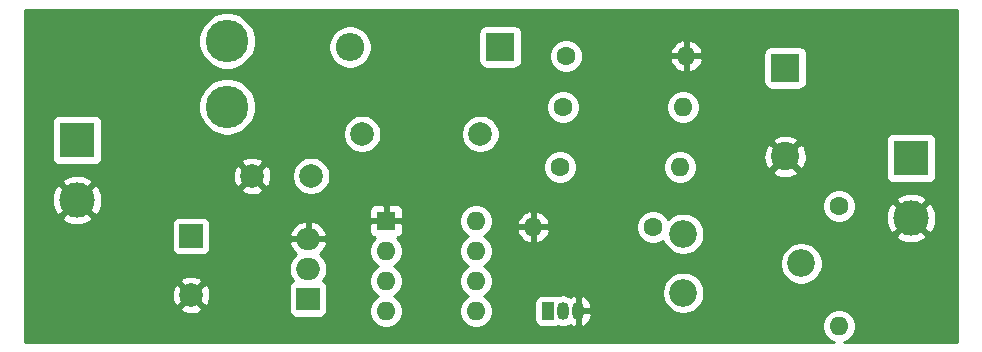
<source format=gbr>
%TF.GenerationSoftware,KiCad,Pcbnew,5.1.9*%
%TF.CreationDate,2021-03-09T01:50:32+01:00*%
%TF.ProjectId,nixie_power,6e697869-655f-4706-9f77-65722e6b6963,rev?*%
%TF.SameCoordinates,Original*%
%TF.FileFunction,Copper,L2,Bot*%
%TF.FilePolarity,Positive*%
%FSLAX46Y46*%
G04 Gerber Fmt 4.6, Leading zero omitted, Abs format (unit mm)*
G04 Created by KiCad (PCBNEW 5.1.9) date 2021-03-09 01:50:32*
%MOMM*%
%LPD*%
G01*
G04 APERTURE LIST*
%TA.AperFunction,ComponentPad*%
%ADD10O,1.600000X1.600000*%
%TD*%
%TA.AperFunction,ComponentPad*%
%ADD11C,1.600000*%
%TD*%
%TA.AperFunction,ComponentPad*%
%ADD12R,1.600000X1.600000*%
%TD*%
%TA.AperFunction,ComponentPad*%
%ADD13C,2.340000*%
%TD*%
%TA.AperFunction,ComponentPad*%
%ADD14R,1.050000X1.500000*%
%TD*%
%TA.AperFunction,ComponentPad*%
%ADD15O,1.050000X1.500000*%
%TD*%
%TA.AperFunction,ComponentPad*%
%ADD16O,2.000000X1.905000*%
%TD*%
%TA.AperFunction,ComponentPad*%
%ADD17R,2.000000X1.905000*%
%TD*%
%TA.AperFunction,ComponentPad*%
%ADD18C,3.600000*%
%TD*%
%TA.AperFunction,ComponentPad*%
%ADD19C,3.000000*%
%TD*%
%TA.AperFunction,ComponentPad*%
%ADD20R,3.000000X3.000000*%
%TD*%
%TA.AperFunction,ComponentPad*%
%ADD21O,2.400000X2.400000*%
%TD*%
%TA.AperFunction,ComponentPad*%
%ADD22R,2.400000X2.400000*%
%TD*%
%TA.AperFunction,ComponentPad*%
%ADD23C,2.400000*%
%TD*%
%TA.AperFunction,ComponentPad*%
%ADD24C,2.000000*%
%TD*%
%TA.AperFunction,ComponentPad*%
%ADD25R,2.000000X2.000000*%
%TD*%
%TA.AperFunction,Conductor*%
%ADD26C,0.254000*%
%TD*%
%TA.AperFunction,Conductor*%
%ADD27C,0.100000*%
%TD*%
G04 APERTURE END LIST*
D10*
%TO.P,R1,2*%
%TO.N,Net-(R1-Pad2)*%
X148844000Y-84074000D03*
D11*
%TO.P,R1,1*%
%TO.N,Net-(C2-Pad1)*%
X138684000Y-84074000D03*
%TD*%
D10*
%TO.P,U1,8*%
%TO.N,Net-(C2-Pad1)*%
X131318000Y-93726000D03*
%TO.P,U1,4*%
X123698000Y-101346000D03*
%TO.P,U1,7*%
%TO.N,Net-(R1-Pad2)*%
X131318000Y-96266000D03*
%TO.P,U1,3*%
%TO.N,Net-(Q1-Pad1)*%
X123698000Y-98806000D03*
%TO.P,U1,6*%
%TO.N,Net-(C1-Pad1)*%
X131318000Y-98806000D03*
%TO.P,U1,2*%
X123698000Y-96266000D03*
%TO.P,U1,5*%
%TO.N,Net-(Q2-Pad1)*%
X131318000Y-101346000D03*
D12*
%TO.P,U1,1*%
%TO.N,GND*%
X123698000Y-93726000D03*
%TD*%
D13*
%TO.P,RV1,1*%
%TO.N,Net-(R4-Pad2)*%
X148844000Y-99822000D03*
%TO.P,RV1,2*%
%TO.N,Net-(Q2-Pad2)*%
X158844000Y-97322000D03*
%TO.P,RV1,3*%
%TO.N,Net-(R5-Pad1)*%
X148844000Y-94822000D03*
%TD*%
D10*
%TO.P,R5,2*%
%TO.N,GND*%
X136144000Y-94234000D03*
D11*
%TO.P,R5,1*%
%TO.N,Net-(R5-Pad1)*%
X146304000Y-94234000D03*
%TD*%
D10*
%TO.P,R4,2*%
%TO.N,Net-(R4-Pad2)*%
X162052000Y-102616000D03*
D11*
%TO.P,R4,1*%
%TO.N,Net-(C4-Pad1)*%
X162052000Y-92456000D03*
%TD*%
%TO.P,R3,1*%
%TO.N,Net-(C3-Pad2)*%
X138938000Y-79756000D03*
D10*
%TO.P,R3,2*%
%TO.N,GND*%
X149098000Y-79756000D03*
%TD*%
%TO.P,R2,2*%
%TO.N,Net-(C1-Pad1)*%
X148590000Y-89154000D03*
D11*
%TO.P,R2,1*%
%TO.N,Net-(R1-Pad2)*%
X138430000Y-89154000D03*
%TD*%
D14*
%TO.P,Q2,1*%
%TO.N,Net-(Q2-Pad1)*%
X137414000Y-101346000D03*
D15*
%TO.P,Q2,3*%
%TO.N,GND*%
X139954000Y-101346000D03*
%TO.P,Q2,2*%
%TO.N,Net-(Q2-Pad2)*%
X138684000Y-101346000D03*
%TD*%
D16*
%TO.P,Q1,3*%
%TO.N,GND*%
X117094000Y-95250000D03*
%TO.P,Q1,2*%
%TO.N,Net-(C3-Pad1)*%
X117094000Y-97790000D03*
D17*
%TO.P,Q1,1*%
%TO.N,Net-(Q1-Pad1)*%
X117094000Y-100330000D03*
%TD*%
D18*
%TO.P,L1,2*%
%TO.N,Net-(C3-Pad1)*%
X110236000Y-84066000D03*
%TO.P,L1,1*%
%TO.N,Net-(C2-Pad1)*%
X110236000Y-78486000D03*
%TD*%
D19*
%TO.P,J2,2*%
%TO.N,GND*%
X168148000Y-93472000D03*
D20*
%TO.P,J2,1*%
%TO.N,Net-(C4-Pad1)*%
X168148000Y-88392000D03*
%TD*%
D19*
%TO.P,J1,2*%
%TO.N,GND*%
X97536000Y-91948000D03*
D20*
%TO.P,J1,1*%
%TO.N,Net-(C2-Pad1)*%
X97536000Y-86868000D03*
%TD*%
D21*
%TO.P,D1,2*%
%TO.N,Net-(C3-Pad1)*%
X120650000Y-78994000D03*
D22*
%TO.P,D1,1*%
%TO.N,Net-(C4-Pad1)*%
X133350000Y-78994000D03*
%TD*%
D23*
%TO.P,C4,2*%
%TO.N,GND*%
X157480000Y-88272000D03*
D22*
%TO.P,C4,1*%
%TO.N,Net-(C4-Pad1)*%
X157480000Y-80772000D03*
%TD*%
D24*
%TO.P,C3,2*%
%TO.N,Net-(C3-Pad2)*%
X131666000Y-86360000D03*
%TO.P,C3,1*%
%TO.N,Net-(C3-Pad1)*%
X121666000Y-86360000D03*
%TD*%
%TO.P,C2,2*%
%TO.N,GND*%
X107188000Y-99996000D03*
D25*
%TO.P,C2,1*%
%TO.N,Net-(C2-Pad1)*%
X107188000Y-94996000D03*
%TD*%
D24*
%TO.P,C1,2*%
%TO.N,GND*%
X112348000Y-89916000D03*
%TO.P,C1,1*%
%TO.N,Net-(C1-Pad1)*%
X117348000Y-89916000D03*
%TD*%
D26*
%TO.N,GND*%
X172060001Y-103988000D02*
X162489533Y-103988000D01*
X162731727Y-103887680D01*
X162966759Y-103730637D01*
X163166637Y-103530759D01*
X163323680Y-103295727D01*
X163431853Y-103034574D01*
X163487000Y-102757335D01*
X163487000Y-102474665D01*
X163431853Y-102197426D01*
X163323680Y-101936273D01*
X163166637Y-101701241D01*
X162966759Y-101501363D01*
X162731727Y-101344320D01*
X162470574Y-101236147D01*
X162193335Y-101181000D01*
X161910665Y-101181000D01*
X161633426Y-101236147D01*
X161372273Y-101344320D01*
X161137241Y-101501363D01*
X160937363Y-101701241D01*
X160780320Y-101936273D01*
X160672147Y-102197426D01*
X160617000Y-102474665D01*
X160617000Y-102757335D01*
X160672147Y-103034574D01*
X160780320Y-103295727D01*
X160937363Y-103530759D01*
X161137241Y-103730637D01*
X161372273Y-103887680D01*
X161614467Y-103988000D01*
X93116000Y-103988000D01*
X93116000Y-101131413D01*
X106232192Y-101131413D01*
X106327956Y-101395814D01*
X106617571Y-101536704D01*
X106929108Y-101618384D01*
X107250595Y-101637718D01*
X107569675Y-101593961D01*
X107874088Y-101488795D01*
X108048044Y-101395814D01*
X108143808Y-101131413D01*
X107188000Y-100175605D01*
X106232192Y-101131413D01*
X93116000Y-101131413D01*
X93116000Y-100058595D01*
X105546282Y-100058595D01*
X105590039Y-100377675D01*
X105695205Y-100682088D01*
X105788186Y-100856044D01*
X106052587Y-100951808D01*
X107008395Y-99996000D01*
X107367605Y-99996000D01*
X108323413Y-100951808D01*
X108587814Y-100856044D01*
X108728704Y-100566429D01*
X108810384Y-100254892D01*
X108829718Y-99933405D01*
X108785961Y-99614325D01*
X108680795Y-99309912D01*
X108587814Y-99135956D01*
X108323413Y-99040192D01*
X107367605Y-99996000D01*
X107008395Y-99996000D01*
X106052587Y-99040192D01*
X105788186Y-99135956D01*
X105647296Y-99425571D01*
X105565616Y-99737108D01*
X105546282Y-100058595D01*
X93116000Y-100058595D01*
X93116000Y-98860587D01*
X106232192Y-98860587D01*
X107188000Y-99816395D01*
X108143808Y-98860587D01*
X108048044Y-98596186D01*
X107758429Y-98455296D01*
X107446892Y-98373616D01*
X107125405Y-98354282D01*
X106806325Y-98398039D01*
X106501912Y-98503205D01*
X106327956Y-98596186D01*
X106232192Y-98860587D01*
X93116000Y-98860587D01*
X93116000Y-97790000D01*
X115451319Y-97790000D01*
X115481970Y-98101204D01*
X115572745Y-98400449D01*
X115720155Y-98676235D01*
X115823446Y-98802095D01*
X115739506Y-98846963D01*
X115642815Y-98926315D01*
X115563463Y-99023006D01*
X115504498Y-99133320D01*
X115468188Y-99253018D01*
X115455928Y-99377500D01*
X115455928Y-101282500D01*
X115468188Y-101406982D01*
X115504498Y-101526680D01*
X115563463Y-101636994D01*
X115642815Y-101733685D01*
X115739506Y-101813037D01*
X115849820Y-101872002D01*
X115969518Y-101908312D01*
X116094000Y-101920572D01*
X118094000Y-101920572D01*
X118218482Y-101908312D01*
X118338180Y-101872002D01*
X118448494Y-101813037D01*
X118545185Y-101733685D01*
X118624537Y-101636994D01*
X118683502Y-101526680D01*
X118719812Y-101406982D01*
X118732072Y-101282500D01*
X118732072Y-99377500D01*
X118719812Y-99253018D01*
X118683502Y-99133320D01*
X118624537Y-99023006D01*
X118545185Y-98926315D01*
X118448494Y-98846963D01*
X118364554Y-98802095D01*
X118467845Y-98676235D01*
X118615255Y-98400449D01*
X118706030Y-98101204D01*
X118736681Y-97790000D01*
X118706030Y-97478796D01*
X118615255Y-97179551D01*
X118467845Y-96903765D01*
X118269463Y-96662037D01*
X118090101Y-96514837D01*
X118275315Y-96359437D01*
X118469969Y-96116923D01*
X118613571Y-95841094D01*
X118684563Y-95622980D01*
X118564594Y-95377000D01*
X117221000Y-95377000D01*
X117221000Y-95397000D01*
X116967000Y-95397000D01*
X116967000Y-95377000D01*
X115623406Y-95377000D01*
X115503437Y-95622980D01*
X115574429Y-95841094D01*
X115718031Y-96116923D01*
X115912685Y-96359437D01*
X116097899Y-96514837D01*
X115918537Y-96662037D01*
X115720155Y-96903765D01*
X115572745Y-97179551D01*
X115481970Y-97478796D01*
X115451319Y-97790000D01*
X93116000Y-97790000D01*
X93116000Y-93439653D01*
X96223952Y-93439653D01*
X96379962Y-93755214D01*
X96754745Y-93946020D01*
X97159551Y-94060044D01*
X97578824Y-94092902D01*
X97996451Y-94043334D01*
X98141967Y-93996000D01*
X105549928Y-93996000D01*
X105549928Y-95996000D01*
X105562188Y-96120482D01*
X105598498Y-96240180D01*
X105657463Y-96350494D01*
X105736815Y-96447185D01*
X105833506Y-96526537D01*
X105943820Y-96585502D01*
X106063518Y-96621812D01*
X106188000Y-96634072D01*
X108188000Y-96634072D01*
X108312482Y-96621812D01*
X108432180Y-96585502D01*
X108542494Y-96526537D01*
X108639185Y-96447185D01*
X108718537Y-96350494D01*
X108777502Y-96240180D01*
X108813812Y-96120482D01*
X108826072Y-95996000D01*
X108826072Y-94877020D01*
X115503437Y-94877020D01*
X115623406Y-95123000D01*
X116967000Y-95123000D01*
X116967000Y-93824430D01*
X117221000Y-93824430D01*
X117221000Y-95123000D01*
X118564594Y-95123000D01*
X118684563Y-94877020D01*
X118613571Y-94658906D01*
X118544378Y-94526000D01*
X122259928Y-94526000D01*
X122272188Y-94650482D01*
X122308498Y-94770180D01*
X122367463Y-94880494D01*
X122446815Y-94977185D01*
X122543506Y-95056537D01*
X122653820Y-95115502D01*
X122773518Y-95151812D01*
X122781961Y-95152643D01*
X122583363Y-95351241D01*
X122426320Y-95586273D01*
X122318147Y-95847426D01*
X122263000Y-96124665D01*
X122263000Y-96407335D01*
X122318147Y-96684574D01*
X122426320Y-96945727D01*
X122583363Y-97180759D01*
X122783241Y-97380637D01*
X123015759Y-97536000D01*
X122783241Y-97691363D01*
X122583363Y-97891241D01*
X122426320Y-98126273D01*
X122318147Y-98387426D01*
X122263000Y-98664665D01*
X122263000Y-98947335D01*
X122318147Y-99224574D01*
X122426320Y-99485727D01*
X122583363Y-99720759D01*
X122783241Y-99920637D01*
X123015759Y-100076000D01*
X122783241Y-100231363D01*
X122583363Y-100431241D01*
X122426320Y-100666273D01*
X122318147Y-100927426D01*
X122263000Y-101204665D01*
X122263000Y-101487335D01*
X122318147Y-101764574D01*
X122426320Y-102025727D01*
X122583363Y-102260759D01*
X122783241Y-102460637D01*
X123018273Y-102617680D01*
X123279426Y-102725853D01*
X123556665Y-102781000D01*
X123839335Y-102781000D01*
X124116574Y-102725853D01*
X124377727Y-102617680D01*
X124612759Y-102460637D01*
X124812637Y-102260759D01*
X124969680Y-102025727D01*
X125077853Y-101764574D01*
X125133000Y-101487335D01*
X125133000Y-101204665D01*
X125077853Y-100927426D01*
X124969680Y-100666273D01*
X124812637Y-100431241D01*
X124612759Y-100231363D01*
X124380241Y-100076000D01*
X124612759Y-99920637D01*
X124812637Y-99720759D01*
X124969680Y-99485727D01*
X125077853Y-99224574D01*
X125133000Y-98947335D01*
X125133000Y-98664665D01*
X125077853Y-98387426D01*
X124969680Y-98126273D01*
X124812637Y-97891241D01*
X124612759Y-97691363D01*
X124380241Y-97536000D01*
X124612759Y-97380637D01*
X124812637Y-97180759D01*
X124969680Y-96945727D01*
X125077853Y-96684574D01*
X125133000Y-96407335D01*
X125133000Y-96124665D01*
X125077853Y-95847426D01*
X124969680Y-95586273D01*
X124812637Y-95351241D01*
X124614039Y-95152643D01*
X124622482Y-95151812D01*
X124742180Y-95115502D01*
X124852494Y-95056537D01*
X124949185Y-94977185D01*
X125028537Y-94880494D01*
X125087502Y-94770180D01*
X125123812Y-94650482D01*
X125136072Y-94526000D01*
X125133000Y-94011750D01*
X124974250Y-93853000D01*
X123825000Y-93853000D01*
X123825000Y-93873000D01*
X123571000Y-93873000D01*
X123571000Y-93853000D01*
X122421750Y-93853000D01*
X122263000Y-94011750D01*
X122259928Y-94526000D01*
X118544378Y-94526000D01*
X118469969Y-94383077D01*
X118275315Y-94140563D01*
X118037089Y-93940684D01*
X117764446Y-93791121D01*
X117467863Y-93697622D01*
X117221000Y-93824430D01*
X116967000Y-93824430D01*
X116720137Y-93697622D01*
X116423554Y-93791121D01*
X116150911Y-93940684D01*
X115912685Y-94140563D01*
X115718031Y-94383077D01*
X115574429Y-94658906D01*
X115503437Y-94877020D01*
X108826072Y-94877020D01*
X108826072Y-93996000D01*
X108813812Y-93871518D01*
X108777502Y-93751820D01*
X108718537Y-93641506D01*
X108639185Y-93544815D01*
X108542494Y-93465463D01*
X108432180Y-93406498D01*
X108312482Y-93370188D01*
X108188000Y-93357928D01*
X106188000Y-93357928D01*
X106063518Y-93370188D01*
X105943820Y-93406498D01*
X105833506Y-93465463D01*
X105736815Y-93544815D01*
X105657463Y-93641506D01*
X105598498Y-93751820D01*
X105562188Y-93871518D01*
X105549928Y-93996000D01*
X98141967Y-93996000D01*
X98396383Y-93913243D01*
X98692038Y-93755214D01*
X98848048Y-93439653D01*
X97536000Y-92127605D01*
X96223952Y-93439653D01*
X93116000Y-93439653D01*
X93116000Y-91990824D01*
X95391098Y-91990824D01*
X95440666Y-92408451D01*
X95570757Y-92808383D01*
X95728786Y-93104038D01*
X96044347Y-93260048D01*
X97356395Y-91948000D01*
X97715605Y-91948000D01*
X99027653Y-93260048D01*
X99343214Y-93104038D01*
X99433855Y-92926000D01*
X122259928Y-92926000D01*
X122263000Y-93440250D01*
X122421750Y-93599000D01*
X123571000Y-93599000D01*
X123571000Y-92449750D01*
X123825000Y-92449750D01*
X123825000Y-93599000D01*
X124974250Y-93599000D01*
X124988585Y-93584665D01*
X129883000Y-93584665D01*
X129883000Y-93867335D01*
X129938147Y-94144574D01*
X130046320Y-94405727D01*
X130203363Y-94640759D01*
X130403241Y-94840637D01*
X130635759Y-94996000D01*
X130403241Y-95151363D01*
X130203363Y-95351241D01*
X130046320Y-95586273D01*
X129938147Y-95847426D01*
X129883000Y-96124665D01*
X129883000Y-96407335D01*
X129938147Y-96684574D01*
X130046320Y-96945727D01*
X130203363Y-97180759D01*
X130403241Y-97380637D01*
X130635759Y-97536000D01*
X130403241Y-97691363D01*
X130203363Y-97891241D01*
X130046320Y-98126273D01*
X129938147Y-98387426D01*
X129883000Y-98664665D01*
X129883000Y-98947335D01*
X129938147Y-99224574D01*
X130046320Y-99485727D01*
X130203363Y-99720759D01*
X130403241Y-99920637D01*
X130635759Y-100076000D01*
X130403241Y-100231363D01*
X130203363Y-100431241D01*
X130046320Y-100666273D01*
X129938147Y-100927426D01*
X129883000Y-101204665D01*
X129883000Y-101487335D01*
X129938147Y-101764574D01*
X130046320Y-102025727D01*
X130203363Y-102260759D01*
X130403241Y-102460637D01*
X130638273Y-102617680D01*
X130899426Y-102725853D01*
X131176665Y-102781000D01*
X131459335Y-102781000D01*
X131736574Y-102725853D01*
X131997727Y-102617680D01*
X132232759Y-102460637D01*
X132432637Y-102260759D01*
X132589680Y-102025727D01*
X132697853Y-101764574D01*
X132753000Y-101487335D01*
X132753000Y-101204665D01*
X132697853Y-100927426D01*
X132589680Y-100666273D01*
X132542726Y-100596000D01*
X136250928Y-100596000D01*
X136250928Y-102096000D01*
X136263188Y-102220482D01*
X136299498Y-102340180D01*
X136358463Y-102450494D01*
X136437815Y-102547185D01*
X136534506Y-102626537D01*
X136644820Y-102685502D01*
X136764518Y-102721812D01*
X136889000Y-102734072D01*
X137939000Y-102734072D01*
X138063482Y-102721812D01*
X138183180Y-102685502D01*
X138247902Y-102650907D01*
X138456601Y-102714215D01*
X138684000Y-102736612D01*
X138911400Y-102714215D01*
X139130060Y-102647885D01*
X139318669Y-102547071D01*
X139377118Y-102588275D01*
X139586663Y-102681272D01*
X139648190Y-102689964D01*
X139827000Y-102564163D01*
X139827000Y-101799108D01*
X139827215Y-101798399D01*
X139844000Y-101627978D01*
X139844000Y-101473000D01*
X140081000Y-101473000D01*
X140081000Y-102564163D01*
X140259810Y-102689964D01*
X140321337Y-102681272D01*
X140530882Y-102588275D01*
X140718258Y-102456184D01*
X140876264Y-102290076D01*
X140998828Y-102096334D01*
X141081239Y-101882404D01*
X141120331Y-101656507D01*
X140960598Y-101473000D01*
X140081000Y-101473000D01*
X139844000Y-101473000D01*
X139844000Y-101064021D01*
X139827215Y-100893600D01*
X139827000Y-100892891D01*
X139827000Y-100127837D01*
X140081000Y-100127837D01*
X140081000Y-101219000D01*
X140960598Y-101219000D01*
X141120331Y-101035493D01*
X141081239Y-100809596D01*
X140998828Y-100595666D01*
X140876264Y-100401924D01*
X140718258Y-100235816D01*
X140530882Y-100103725D01*
X140321337Y-100010728D01*
X140259810Y-100002036D01*
X140081000Y-100127837D01*
X139827000Y-100127837D01*
X139648190Y-100002036D01*
X139586663Y-100010728D01*
X139377118Y-100103725D01*
X139318669Y-100144929D01*
X139130059Y-100044115D01*
X138911399Y-99977785D01*
X138684000Y-99955388D01*
X138456600Y-99977785D01*
X138247902Y-100041093D01*
X138183180Y-100006498D01*
X138063482Y-99970188D01*
X137939000Y-99957928D01*
X136889000Y-99957928D01*
X136764518Y-99970188D01*
X136644820Y-100006498D01*
X136534506Y-100065463D01*
X136437815Y-100144815D01*
X136358463Y-100241506D01*
X136299498Y-100351820D01*
X136263188Y-100471518D01*
X136250928Y-100596000D01*
X132542726Y-100596000D01*
X132432637Y-100431241D01*
X132232759Y-100231363D01*
X132000241Y-100076000D01*
X132232759Y-99920637D01*
X132432637Y-99720759D01*
X132483776Y-99644223D01*
X147039000Y-99644223D01*
X147039000Y-99999777D01*
X147108365Y-100348499D01*
X147244429Y-100676988D01*
X147441965Y-100972621D01*
X147693379Y-101224035D01*
X147989012Y-101421571D01*
X148317501Y-101557635D01*
X148666223Y-101627000D01*
X149021777Y-101627000D01*
X149370499Y-101557635D01*
X149698988Y-101421571D01*
X149994621Y-101224035D01*
X150246035Y-100972621D01*
X150443571Y-100676988D01*
X150579635Y-100348499D01*
X150649000Y-99999777D01*
X150649000Y-99644223D01*
X150579635Y-99295501D01*
X150443571Y-98967012D01*
X150246035Y-98671379D01*
X149994621Y-98419965D01*
X149698988Y-98222429D01*
X149370499Y-98086365D01*
X149021777Y-98017000D01*
X148666223Y-98017000D01*
X148317501Y-98086365D01*
X147989012Y-98222429D01*
X147693379Y-98419965D01*
X147441965Y-98671379D01*
X147244429Y-98967012D01*
X147108365Y-99295501D01*
X147039000Y-99644223D01*
X132483776Y-99644223D01*
X132589680Y-99485727D01*
X132697853Y-99224574D01*
X132753000Y-98947335D01*
X132753000Y-98664665D01*
X132697853Y-98387426D01*
X132589680Y-98126273D01*
X132432637Y-97891241D01*
X132232759Y-97691363D01*
X132000241Y-97536000D01*
X132232759Y-97380637D01*
X132432637Y-97180759D01*
X132457049Y-97144223D01*
X157039000Y-97144223D01*
X157039000Y-97499777D01*
X157108365Y-97848499D01*
X157244429Y-98176988D01*
X157441965Y-98472621D01*
X157693379Y-98724035D01*
X157989012Y-98921571D01*
X158317501Y-99057635D01*
X158666223Y-99127000D01*
X159021777Y-99127000D01*
X159370499Y-99057635D01*
X159698988Y-98921571D01*
X159994621Y-98724035D01*
X160246035Y-98472621D01*
X160443571Y-98176988D01*
X160579635Y-97848499D01*
X160649000Y-97499777D01*
X160649000Y-97144223D01*
X160579635Y-96795501D01*
X160443571Y-96467012D01*
X160246035Y-96171379D01*
X159994621Y-95919965D01*
X159698988Y-95722429D01*
X159370499Y-95586365D01*
X159021777Y-95517000D01*
X158666223Y-95517000D01*
X158317501Y-95586365D01*
X157989012Y-95722429D01*
X157693379Y-95919965D01*
X157441965Y-96171379D01*
X157244429Y-96467012D01*
X157108365Y-96795501D01*
X157039000Y-97144223D01*
X132457049Y-97144223D01*
X132589680Y-96945727D01*
X132697853Y-96684574D01*
X132753000Y-96407335D01*
X132753000Y-96124665D01*
X132697853Y-95847426D01*
X132589680Y-95586273D01*
X132432637Y-95351241D01*
X132232759Y-95151363D01*
X132000241Y-94996000D01*
X132232759Y-94840637D01*
X132432637Y-94640759D01*
X132471204Y-94583039D01*
X134752096Y-94583039D01*
X134792754Y-94717087D01*
X134912963Y-94971420D01*
X135080481Y-95197414D01*
X135288869Y-95386385D01*
X135530119Y-95531070D01*
X135794960Y-95625909D01*
X136017000Y-95504624D01*
X136017000Y-94361000D01*
X136271000Y-94361000D01*
X136271000Y-95504624D01*
X136493040Y-95625909D01*
X136757881Y-95531070D01*
X136999131Y-95386385D01*
X137207519Y-95197414D01*
X137375037Y-94971420D01*
X137495246Y-94717087D01*
X137535904Y-94583039D01*
X137413915Y-94361000D01*
X136271000Y-94361000D01*
X136017000Y-94361000D01*
X134874085Y-94361000D01*
X134752096Y-94583039D01*
X132471204Y-94583039D01*
X132589680Y-94405727D01*
X132697853Y-94144574D01*
X132749493Y-93884961D01*
X134752096Y-93884961D01*
X134874085Y-94107000D01*
X136017000Y-94107000D01*
X136017000Y-92963376D01*
X136271000Y-92963376D01*
X136271000Y-94107000D01*
X137413915Y-94107000D01*
X137421790Y-94092665D01*
X144869000Y-94092665D01*
X144869000Y-94375335D01*
X144924147Y-94652574D01*
X145032320Y-94913727D01*
X145189363Y-95148759D01*
X145389241Y-95348637D01*
X145624273Y-95505680D01*
X145885426Y-95613853D01*
X146162665Y-95669000D01*
X146445335Y-95669000D01*
X146722574Y-95613853D01*
X146983727Y-95505680D01*
X147132340Y-95406380D01*
X147244429Y-95676988D01*
X147441965Y-95972621D01*
X147693379Y-96224035D01*
X147989012Y-96421571D01*
X148317501Y-96557635D01*
X148666223Y-96627000D01*
X149021777Y-96627000D01*
X149370499Y-96557635D01*
X149698988Y-96421571D01*
X149994621Y-96224035D01*
X150246035Y-95972621D01*
X150443571Y-95676988D01*
X150579635Y-95348499D01*
X150649000Y-94999777D01*
X150649000Y-94963653D01*
X166835952Y-94963653D01*
X166991962Y-95279214D01*
X167366745Y-95470020D01*
X167771551Y-95584044D01*
X168190824Y-95616902D01*
X168608451Y-95567334D01*
X169008383Y-95437243D01*
X169304038Y-95279214D01*
X169460048Y-94963653D01*
X168148000Y-93651605D01*
X166835952Y-94963653D01*
X150649000Y-94963653D01*
X150649000Y-94644223D01*
X150579635Y-94295501D01*
X150443571Y-93967012D01*
X150246035Y-93671379D01*
X149994621Y-93419965D01*
X149698988Y-93222429D01*
X149370499Y-93086365D01*
X149021777Y-93017000D01*
X148666223Y-93017000D01*
X148317501Y-93086365D01*
X147989012Y-93222429D01*
X147693379Y-93419965D01*
X147569027Y-93544317D01*
X147418637Y-93319241D01*
X147218759Y-93119363D01*
X146983727Y-92962320D01*
X146722574Y-92854147D01*
X146445335Y-92799000D01*
X146162665Y-92799000D01*
X145885426Y-92854147D01*
X145624273Y-92962320D01*
X145389241Y-93119363D01*
X145189363Y-93319241D01*
X145032320Y-93554273D01*
X144924147Y-93815426D01*
X144869000Y-94092665D01*
X137421790Y-94092665D01*
X137535904Y-93884961D01*
X137495246Y-93750913D01*
X137375037Y-93496580D01*
X137207519Y-93270586D01*
X136999131Y-93081615D01*
X136757881Y-92936930D01*
X136493040Y-92842091D01*
X136271000Y-92963376D01*
X136017000Y-92963376D01*
X135794960Y-92842091D01*
X135530119Y-92936930D01*
X135288869Y-93081615D01*
X135080481Y-93270586D01*
X134912963Y-93496580D01*
X134792754Y-93750913D01*
X134752096Y-93884961D01*
X132749493Y-93884961D01*
X132753000Y-93867335D01*
X132753000Y-93584665D01*
X132697853Y-93307426D01*
X132589680Y-93046273D01*
X132432637Y-92811241D01*
X132232759Y-92611363D01*
X131997727Y-92454320D01*
X131736574Y-92346147D01*
X131578306Y-92314665D01*
X160617000Y-92314665D01*
X160617000Y-92597335D01*
X160672147Y-92874574D01*
X160780320Y-93135727D01*
X160937363Y-93370759D01*
X161137241Y-93570637D01*
X161372273Y-93727680D01*
X161633426Y-93835853D01*
X161910665Y-93891000D01*
X162193335Y-93891000D01*
X162470574Y-93835853D01*
X162731727Y-93727680D01*
X162966759Y-93570637D01*
X163022572Y-93514824D01*
X166003098Y-93514824D01*
X166052666Y-93932451D01*
X166182757Y-94332383D01*
X166340786Y-94628038D01*
X166656347Y-94784048D01*
X167968395Y-93472000D01*
X168327605Y-93472000D01*
X169639653Y-94784048D01*
X169955214Y-94628038D01*
X170146020Y-94253255D01*
X170260044Y-93848449D01*
X170292902Y-93429176D01*
X170243334Y-93011549D01*
X170113243Y-92611617D01*
X169955214Y-92315962D01*
X169639653Y-92159952D01*
X168327605Y-93472000D01*
X167968395Y-93472000D01*
X166656347Y-92159952D01*
X166340786Y-92315962D01*
X166149980Y-92690745D01*
X166035956Y-93095551D01*
X166003098Y-93514824D01*
X163022572Y-93514824D01*
X163166637Y-93370759D01*
X163323680Y-93135727D01*
X163431853Y-92874574D01*
X163487000Y-92597335D01*
X163487000Y-92314665D01*
X163431853Y-92037426D01*
X163408211Y-91980347D01*
X166835952Y-91980347D01*
X168148000Y-93292395D01*
X169460048Y-91980347D01*
X169304038Y-91664786D01*
X168929255Y-91473980D01*
X168524449Y-91359956D01*
X168105176Y-91327098D01*
X167687549Y-91376666D01*
X167287617Y-91506757D01*
X166991962Y-91664786D01*
X166835952Y-91980347D01*
X163408211Y-91980347D01*
X163323680Y-91776273D01*
X163166637Y-91541241D01*
X162966759Y-91341363D01*
X162731727Y-91184320D01*
X162470574Y-91076147D01*
X162193335Y-91021000D01*
X161910665Y-91021000D01*
X161633426Y-91076147D01*
X161372273Y-91184320D01*
X161137241Y-91341363D01*
X160937363Y-91541241D01*
X160780320Y-91776273D01*
X160672147Y-92037426D01*
X160617000Y-92314665D01*
X131578306Y-92314665D01*
X131459335Y-92291000D01*
X131176665Y-92291000D01*
X130899426Y-92346147D01*
X130638273Y-92454320D01*
X130403241Y-92611363D01*
X130203363Y-92811241D01*
X130046320Y-93046273D01*
X129938147Y-93307426D01*
X129883000Y-93584665D01*
X124988585Y-93584665D01*
X125133000Y-93440250D01*
X125136072Y-92926000D01*
X125123812Y-92801518D01*
X125087502Y-92681820D01*
X125028537Y-92571506D01*
X124949185Y-92474815D01*
X124852494Y-92395463D01*
X124742180Y-92336498D01*
X124622482Y-92300188D01*
X124498000Y-92287928D01*
X123983750Y-92291000D01*
X123825000Y-92449750D01*
X123571000Y-92449750D01*
X123412250Y-92291000D01*
X122898000Y-92287928D01*
X122773518Y-92300188D01*
X122653820Y-92336498D01*
X122543506Y-92395463D01*
X122446815Y-92474815D01*
X122367463Y-92571506D01*
X122308498Y-92681820D01*
X122272188Y-92801518D01*
X122259928Y-92926000D01*
X99433855Y-92926000D01*
X99534020Y-92729255D01*
X99648044Y-92324449D01*
X99680902Y-91905176D01*
X99631334Y-91487549D01*
X99501243Y-91087617D01*
X99481892Y-91051413D01*
X111392192Y-91051413D01*
X111487956Y-91315814D01*
X111777571Y-91456704D01*
X112089108Y-91538384D01*
X112410595Y-91557718D01*
X112729675Y-91513961D01*
X113034088Y-91408795D01*
X113208044Y-91315814D01*
X113303808Y-91051413D01*
X112348000Y-90095605D01*
X111392192Y-91051413D01*
X99481892Y-91051413D01*
X99343214Y-90791962D01*
X99027653Y-90635952D01*
X97715605Y-91948000D01*
X97356395Y-91948000D01*
X96044347Y-90635952D01*
X95728786Y-90791962D01*
X95537980Y-91166745D01*
X95423956Y-91571551D01*
X95391098Y-91990824D01*
X93116000Y-91990824D01*
X93116000Y-90456347D01*
X96223952Y-90456347D01*
X97536000Y-91768395D01*
X98848048Y-90456347D01*
X98692038Y-90140786D01*
X98373461Y-89978595D01*
X110706282Y-89978595D01*
X110750039Y-90297675D01*
X110855205Y-90602088D01*
X110948186Y-90776044D01*
X111212587Y-90871808D01*
X112168395Y-89916000D01*
X112527605Y-89916000D01*
X113483413Y-90871808D01*
X113747814Y-90776044D01*
X113888704Y-90486429D01*
X113970384Y-90174892D01*
X113989718Y-89853405D01*
X113976219Y-89754967D01*
X115713000Y-89754967D01*
X115713000Y-90077033D01*
X115775832Y-90392912D01*
X115899082Y-90690463D01*
X116078013Y-90958252D01*
X116305748Y-91185987D01*
X116573537Y-91364918D01*
X116871088Y-91488168D01*
X117186967Y-91551000D01*
X117509033Y-91551000D01*
X117824912Y-91488168D01*
X118122463Y-91364918D01*
X118390252Y-91185987D01*
X118617987Y-90958252D01*
X118796918Y-90690463D01*
X118920168Y-90392912D01*
X118983000Y-90077033D01*
X118983000Y-89754967D01*
X118920168Y-89439088D01*
X118796918Y-89141537D01*
X118710809Y-89012665D01*
X136995000Y-89012665D01*
X136995000Y-89295335D01*
X137050147Y-89572574D01*
X137158320Y-89833727D01*
X137315363Y-90068759D01*
X137515241Y-90268637D01*
X137750273Y-90425680D01*
X138011426Y-90533853D01*
X138288665Y-90589000D01*
X138571335Y-90589000D01*
X138848574Y-90533853D01*
X139109727Y-90425680D01*
X139344759Y-90268637D01*
X139544637Y-90068759D01*
X139701680Y-89833727D01*
X139809853Y-89572574D01*
X139865000Y-89295335D01*
X139865000Y-89012665D01*
X147155000Y-89012665D01*
X147155000Y-89295335D01*
X147210147Y-89572574D01*
X147318320Y-89833727D01*
X147475363Y-90068759D01*
X147675241Y-90268637D01*
X147910273Y-90425680D01*
X148171426Y-90533853D01*
X148448665Y-90589000D01*
X148731335Y-90589000D01*
X149008574Y-90533853D01*
X149269727Y-90425680D01*
X149504759Y-90268637D01*
X149704637Y-90068759D01*
X149861680Y-89833727D01*
X149969853Y-89572574D01*
X149974347Y-89549980D01*
X156381626Y-89549980D01*
X156501514Y-89834836D01*
X156825210Y-89995699D01*
X157174069Y-90090322D01*
X157534684Y-90115067D01*
X157893198Y-90068985D01*
X158235833Y-89953846D01*
X158458486Y-89834836D01*
X158578374Y-89549980D01*
X157480000Y-88451605D01*
X156381626Y-89549980D01*
X149974347Y-89549980D01*
X150025000Y-89295335D01*
X150025000Y-89012665D01*
X149969853Y-88735426D01*
X149861680Y-88474273D01*
X149763065Y-88326684D01*
X155636933Y-88326684D01*
X155683015Y-88685198D01*
X155798154Y-89027833D01*
X155917164Y-89250486D01*
X156202020Y-89370374D01*
X157300395Y-88272000D01*
X157659605Y-88272000D01*
X158757980Y-89370374D01*
X159042836Y-89250486D01*
X159203699Y-88926790D01*
X159298322Y-88577931D01*
X159323067Y-88217316D01*
X159276985Y-87858802D01*
X159161846Y-87516167D01*
X159042836Y-87293514D01*
X158757980Y-87173626D01*
X157659605Y-88272000D01*
X157300395Y-88272000D01*
X156202020Y-87173626D01*
X155917164Y-87293514D01*
X155756301Y-87617210D01*
X155661678Y-87966069D01*
X155636933Y-88326684D01*
X149763065Y-88326684D01*
X149704637Y-88239241D01*
X149504759Y-88039363D01*
X149269727Y-87882320D01*
X149008574Y-87774147D01*
X148731335Y-87719000D01*
X148448665Y-87719000D01*
X148171426Y-87774147D01*
X147910273Y-87882320D01*
X147675241Y-88039363D01*
X147475363Y-88239241D01*
X147318320Y-88474273D01*
X147210147Y-88735426D01*
X147155000Y-89012665D01*
X139865000Y-89012665D01*
X139809853Y-88735426D01*
X139701680Y-88474273D01*
X139544637Y-88239241D01*
X139344759Y-88039363D01*
X139109727Y-87882320D01*
X138848574Y-87774147D01*
X138571335Y-87719000D01*
X138288665Y-87719000D01*
X138011426Y-87774147D01*
X137750273Y-87882320D01*
X137515241Y-88039363D01*
X137315363Y-88239241D01*
X137158320Y-88474273D01*
X137050147Y-88735426D01*
X136995000Y-89012665D01*
X118710809Y-89012665D01*
X118617987Y-88873748D01*
X118390252Y-88646013D01*
X118122463Y-88467082D01*
X117824912Y-88343832D01*
X117509033Y-88281000D01*
X117186967Y-88281000D01*
X116871088Y-88343832D01*
X116573537Y-88467082D01*
X116305748Y-88646013D01*
X116078013Y-88873748D01*
X115899082Y-89141537D01*
X115775832Y-89439088D01*
X115713000Y-89754967D01*
X113976219Y-89754967D01*
X113945961Y-89534325D01*
X113840795Y-89229912D01*
X113747814Y-89055956D01*
X113483413Y-88960192D01*
X112527605Y-89916000D01*
X112168395Y-89916000D01*
X111212587Y-88960192D01*
X110948186Y-89055956D01*
X110807296Y-89345571D01*
X110725616Y-89657108D01*
X110706282Y-89978595D01*
X98373461Y-89978595D01*
X98317255Y-89949980D01*
X97912449Y-89835956D01*
X97493176Y-89803098D01*
X97075549Y-89852666D01*
X96675617Y-89982757D01*
X96379962Y-90140786D01*
X96223952Y-90456347D01*
X93116000Y-90456347D01*
X93116000Y-85368000D01*
X95397928Y-85368000D01*
X95397928Y-88368000D01*
X95410188Y-88492482D01*
X95446498Y-88612180D01*
X95505463Y-88722494D01*
X95584815Y-88819185D01*
X95681506Y-88898537D01*
X95791820Y-88957502D01*
X95911518Y-88993812D01*
X96036000Y-89006072D01*
X99036000Y-89006072D01*
X99160482Y-88993812D01*
X99280180Y-88957502D01*
X99390494Y-88898537D01*
X99487185Y-88819185D01*
X99518861Y-88780587D01*
X111392192Y-88780587D01*
X112348000Y-89736395D01*
X113303808Y-88780587D01*
X113208044Y-88516186D01*
X112918429Y-88375296D01*
X112606892Y-88293616D01*
X112285405Y-88274282D01*
X111966325Y-88318039D01*
X111661912Y-88423205D01*
X111487956Y-88516186D01*
X111392192Y-88780587D01*
X99518861Y-88780587D01*
X99566537Y-88722494D01*
X99625502Y-88612180D01*
X99661812Y-88492482D01*
X99674072Y-88368000D01*
X99674072Y-85368000D01*
X99661812Y-85243518D01*
X99625502Y-85123820D01*
X99566537Y-85013506D01*
X99487185Y-84916815D01*
X99390494Y-84837463D01*
X99280180Y-84778498D01*
X99160482Y-84742188D01*
X99036000Y-84729928D01*
X96036000Y-84729928D01*
X95911518Y-84742188D01*
X95791820Y-84778498D01*
X95681506Y-84837463D01*
X95584815Y-84916815D01*
X95505463Y-85013506D01*
X95446498Y-85123820D01*
X95410188Y-85243518D01*
X95397928Y-85368000D01*
X93116000Y-85368000D01*
X93116000Y-83826173D01*
X107801000Y-83826173D01*
X107801000Y-84305827D01*
X107894576Y-84776263D01*
X108078131Y-85219405D01*
X108344612Y-85618222D01*
X108683778Y-85957388D01*
X109082595Y-86223869D01*
X109525737Y-86407424D01*
X109996173Y-86501000D01*
X110475827Y-86501000D01*
X110946263Y-86407424D01*
X111389405Y-86223869D01*
X111426673Y-86198967D01*
X120031000Y-86198967D01*
X120031000Y-86521033D01*
X120093832Y-86836912D01*
X120217082Y-87134463D01*
X120396013Y-87402252D01*
X120623748Y-87629987D01*
X120891537Y-87808918D01*
X121189088Y-87932168D01*
X121504967Y-87995000D01*
X121827033Y-87995000D01*
X122142912Y-87932168D01*
X122440463Y-87808918D01*
X122708252Y-87629987D01*
X122935987Y-87402252D01*
X123114918Y-87134463D01*
X123238168Y-86836912D01*
X123301000Y-86521033D01*
X123301000Y-86198967D01*
X130031000Y-86198967D01*
X130031000Y-86521033D01*
X130093832Y-86836912D01*
X130217082Y-87134463D01*
X130396013Y-87402252D01*
X130623748Y-87629987D01*
X130891537Y-87808918D01*
X131189088Y-87932168D01*
X131504967Y-87995000D01*
X131827033Y-87995000D01*
X132142912Y-87932168D01*
X132440463Y-87808918D01*
X132708252Y-87629987D01*
X132935987Y-87402252D01*
X133114918Y-87134463D01*
X133173091Y-86994020D01*
X156381626Y-86994020D01*
X157480000Y-88092395D01*
X158578374Y-86994020D01*
X158535437Y-86892000D01*
X166009928Y-86892000D01*
X166009928Y-89892000D01*
X166022188Y-90016482D01*
X166058498Y-90136180D01*
X166117463Y-90246494D01*
X166196815Y-90343185D01*
X166293506Y-90422537D01*
X166403820Y-90481502D01*
X166523518Y-90517812D01*
X166648000Y-90530072D01*
X169648000Y-90530072D01*
X169772482Y-90517812D01*
X169892180Y-90481502D01*
X170002494Y-90422537D01*
X170099185Y-90343185D01*
X170178537Y-90246494D01*
X170237502Y-90136180D01*
X170273812Y-90016482D01*
X170286072Y-89892000D01*
X170286072Y-86892000D01*
X170273812Y-86767518D01*
X170237502Y-86647820D01*
X170178537Y-86537506D01*
X170099185Y-86440815D01*
X170002494Y-86361463D01*
X169892180Y-86302498D01*
X169772482Y-86266188D01*
X169648000Y-86253928D01*
X166648000Y-86253928D01*
X166523518Y-86266188D01*
X166403820Y-86302498D01*
X166293506Y-86361463D01*
X166196815Y-86440815D01*
X166117463Y-86537506D01*
X166058498Y-86647820D01*
X166022188Y-86767518D01*
X166009928Y-86892000D01*
X158535437Y-86892000D01*
X158458486Y-86709164D01*
X158134790Y-86548301D01*
X157785931Y-86453678D01*
X157425316Y-86428933D01*
X157066802Y-86475015D01*
X156724167Y-86590154D01*
X156501514Y-86709164D01*
X156381626Y-86994020D01*
X133173091Y-86994020D01*
X133238168Y-86836912D01*
X133301000Y-86521033D01*
X133301000Y-86198967D01*
X133238168Y-85883088D01*
X133114918Y-85585537D01*
X132935987Y-85317748D01*
X132708252Y-85090013D01*
X132440463Y-84911082D01*
X132142912Y-84787832D01*
X131827033Y-84725000D01*
X131504967Y-84725000D01*
X131189088Y-84787832D01*
X130891537Y-84911082D01*
X130623748Y-85090013D01*
X130396013Y-85317748D01*
X130217082Y-85585537D01*
X130093832Y-85883088D01*
X130031000Y-86198967D01*
X123301000Y-86198967D01*
X123238168Y-85883088D01*
X123114918Y-85585537D01*
X122935987Y-85317748D01*
X122708252Y-85090013D01*
X122440463Y-84911082D01*
X122142912Y-84787832D01*
X121827033Y-84725000D01*
X121504967Y-84725000D01*
X121189088Y-84787832D01*
X120891537Y-84911082D01*
X120623748Y-85090013D01*
X120396013Y-85317748D01*
X120217082Y-85585537D01*
X120093832Y-85883088D01*
X120031000Y-86198967D01*
X111426673Y-86198967D01*
X111788222Y-85957388D01*
X112127388Y-85618222D01*
X112393869Y-85219405D01*
X112577424Y-84776263D01*
X112671000Y-84305827D01*
X112671000Y-83932665D01*
X137249000Y-83932665D01*
X137249000Y-84215335D01*
X137304147Y-84492574D01*
X137412320Y-84753727D01*
X137569363Y-84988759D01*
X137769241Y-85188637D01*
X138004273Y-85345680D01*
X138265426Y-85453853D01*
X138542665Y-85509000D01*
X138825335Y-85509000D01*
X139102574Y-85453853D01*
X139363727Y-85345680D01*
X139598759Y-85188637D01*
X139798637Y-84988759D01*
X139955680Y-84753727D01*
X140063853Y-84492574D01*
X140119000Y-84215335D01*
X140119000Y-83932665D01*
X147409000Y-83932665D01*
X147409000Y-84215335D01*
X147464147Y-84492574D01*
X147572320Y-84753727D01*
X147729363Y-84988759D01*
X147929241Y-85188637D01*
X148164273Y-85345680D01*
X148425426Y-85453853D01*
X148702665Y-85509000D01*
X148985335Y-85509000D01*
X149262574Y-85453853D01*
X149523727Y-85345680D01*
X149758759Y-85188637D01*
X149958637Y-84988759D01*
X150115680Y-84753727D01*
X150223853Y-84492574D01*
X150279000Y-84215335D01*
X150279000Y-83932665D01*
X150223853Y-83655426D01*
X150115680Y-83394273D01*
X149958637Y-83159241D01*
X149758759Y-82959363D01*
X149523727Y-82802320D01*
X149262574Y-82694147D01*
X148985335Y-82639000D01*
X148702665Y-82639000D01*
X148425426Y-82694147D01*
X148164273Y-82802320D01*
X147929241Y-82959363D01*
X147729363Y-83159241D01*
X147572320Y-83394273D01*
X147464147Y-83655426D01*
X147409000Y-83932665D01*
X140119000Y-83932665D01*
X140063853Y-83655426D01*
X139955680Y-83394273D01*
X139798637Y-83159241D01*
X139598759Y-82959363D01*
X139363727Y-82802320D01*
X139102574Y-82694147D01*
X138825335Y-82639000D01*
X138542665Y-82639000D01*
X138265426Y-82694147D01*
X138004273Y-82802320D01*
X137769241Y-82959363D01*
X137569363Y-83159241D01*
X137412320Y-83394273D01*
X137304147Y-83655426D01*
X137249000Y-83932665D01*
X112671000Y-83932665D01*
X112671000Y-83826173D01*
X112577424Y-83355737D01*
X112393869Y-82912595D01*
X112127388Y-82513778D01*
X111788222Y-82174612D01*
X111389405Y-81908131D01*
X110946263Y-81724576D01*
X110475827Y-81631000D01*
X109996173Y-81631000D01*
X109525737Y-81724576D01*
X109082595Y-81908131D01*
X108683778Y-82174612D01*
X108344612Y-82513778D01*
X108078131Y-82912595D01*
X107894576Y-83355737D01*
X107801000Y-83826173D01*
X93116000Y-83826173D01*
X93116000Y-78246173D01*
X107801000Y-78246173D01*
X107801000Y-78725827D01*
X107894576Y-79196263D01*
X108078131Y-79639405D01*
X108344612Y-80038222D01*
X108683778Y-80377388D01*
X109082595Y-80643869D01*
X109525737Y-80827424D01*
X109996173Y-80921000D01*
X110475827Y-80921000D01*
X110946263Y-80827424D01*
X111389405Y-80643869D01*
X111788222Y-80377388D01*
X112127388Y-80038222D01*
X112393869Y-79639405D01*
X112577424Y-79196263D01*
X112653606Y-78813268D01*
X118815000Y-78813268D01*
X118815000Y-79174732D01*
X118885518Y-79529250D01*
X119023844Y-79863199D01*
X119224662Y-80163744D01*
X119480256Y-80419338D01*
X119780801Y-80620156D01*
X120114750Y-80758482D01*
X120469268Y-80829000D01*
X120830732Y-80829000D01*
X121185250Y-80758482D01*
X121519199Y-80620156D01*
X121819744Y-80419338D01*
X122075338Y-80163744D01*
X122276156Y-79863199D01*
X122414482Y-79529250D01*
X122485000Y-79174732D01*
X122485000Y-78813268D01*
X122414482Y-78458750D01*
X122276156Y-78124801D01*
X122075338Y-77824256D01*
X122045082Y-77794000D01*
X131511928Y-77794000D01*
X131511928Y-80194000D01*
X131524188Y-80318482D01*
X131560498Y-80438180D01*
X131619463Y-80548494D01*
X131698815Y-80645185D01*
X131795506Y-80724537D01*
X131905820Y-80783502D01*
X132025518Y-80819812D01*
X132150000Y-80832072D01*
X134550000Y-80832072D01*
X134674482Y-80819812D01*
X134794180Y-80783502D01*
X134904494Y-80724537D01*
X135001185Y-80645185D01*
X135080537Y-80548494D01*
X135139502Y-80438180D01*
X135175812Y-80318482D01*
X135188072Y-80194000D01*
X135188072Y-79614665D01*
X137503000Y-79614665D01*
X137503000Y-79897335D01*
X137558147Y-80174574D01*
X137666320Y-80435727D01*
X137823363Y-80670759D01*
X138023241Y-80870637D01*
X138258273Y-81027680D01*
X138519426Y-81135853D01*
X138796665Y-81191000D01*
X139079335Y-81191000D01*
X139356574Y-81135853D01*
X139617727Y-81027680D01*
X139852759Y-80870637D01*
X140052637Y-80670759D01*
X140209680Y-80435727D01*
X140317853Y-80174574D01*
X140331684Y-80105039D01*
X147706096Y-80105039D01*
X147746754Y-80239087D01*
X147866963Y-80493420D01*
X148034481Y-80719414D01*
X148242869Y-80908385D01*
X148484119Y-81053070D01*
X148748960Y-81147909D01*
X148971000Y-81026624D01*
X148971000Y-79883000D01*
X149225000Y-79883000D01*
X149225000Y-81026624D01*
X149447040Y-81147909D01*
X149711881Y-81053070D01*
X149953131Y-80908385D01*
X150161519Y-80719414D01*
X150329037Y-80493420D01*
X150449246Y-80239087D01*
X150489904Y-80105039D01*
X150367915Y-79883000D01*
X149225000Y-79883000D01*
X148971000Y-79883000D01*
X147828085Y-79883000D01*
X147706096Y-80105039D01*
X140331684Y-80105039D01*
X140373000Y-79897335D01*
X140373000Y-79614665D01*
X140331685Y-79406961D01*
X147706096Y-79406961D01*
X147828085Y-79629000D01*
X148971000Y-79629000D01*
X148971000Y-78485376D01*
X149225000Y-78485376D01*
X149225000Y-79629000D01*
X150367915Y-79629000D01*
X150399230Y-79572000D01*
X155641928Y-79572000D01*
X155641928Y-81972000D01*
X155654188Y-82096482D01*
X155690498Y-82216180D01*
X155749463Y-82326494D01*
X155828815Y-82423185D01*
X155925506Y-82502537D01*
X156035820Y-82561502D01*
X156155518Y-82597812D01*
X156280000Y-82610072D01*
X158680000Y-82610072D01*
X158804482Y-82597812D01*
X158924180Y-82561502D01*
X159034494Y-82502537D01*
X159131185Y-82423185D01*
X159210537Y-82326494D01*
X159269502Y-82216180D01*
X159305812Y-82096482D01*
X159318072Y-81972000D01*
X159318072Y-79572000D01*
X159305812Y-79447518D01*
X159269502Y-79327820D01*
X159210537Y-79217506D01*
X159131185Y-79120815D01*
X159034494Y-79041463D01*
X158924180Y-78982498D01*
X158804482Y-78946188D01*
X158680000Y-78933928D01*
X156280000Y-78933928D01*
X156155518Y-78946188D01*
X156035820Y-78982498D01*
X155925506Y-79041463D01*
X155828815Y-79120815D01*
X155749463Y-79217506D01*
X155690498Y-79327820D01*
X155654188Y-79447518D01*
X155641928Y-79572000D01*
X150399230Y-79572000D01*
X150489904Y-79406961D01*
X150449246Y-79272913D01*
X150329037Y-79018580D01*
X150161519Y-78792586D01*
X149953131Y-78603615D01*
X149711881Y-78458930D01*
X149447040Y-78364091D01*
X149225000Y-78485376D01*
X148971000Y-78485376D01*
X148748960Y-78364091D01*
X148484119Y-78458930D01*
X148242869Y-78603615D01*
X148034481Y-78792586D01*
X147866963Y-79018580D01*
X147746754Y-79272913D01*
X147706096Y-79406961D01*
X140331685Y-79406961D01*
X140317853Y-79337426D01*
X140209680Y-79076273D01*
X140052637Y-78841241D01*
X139852759Y-78641363D01*
X139617727Y-78484320D01*
X139356574Y-78376147D01*
X139079335Y-78321000D01*
X138796665Y-78321000D01*
X138519426Y-78376147D01*
X138258273Y-78484320D01*
X138023241Y-78641363D01*
X137823363Y-78841241D01*
X137666320Y-79076273D01*
X137558147Y-79337426D01*
X137503000Y-79614665D01*
X135188072Y-79614665D01*
X135188072Y-77794000D01*
X135175812Y-77669518D01*
X135139502Y-77549820D01*
X135080537Y-77439506D01*
X135001185Y-77342815D01*
X134904494Y-77263463D01*
X134794180Y-77204498D01*
X134674482Y-77168188D01*
X134550000Y-77155928D01*
X132150000Y-77155928D01*
X132025518Y-77168188D01*
X131905820Y-77204498D01*
X131795506Y-77263463D01*
X131698815Y-77342815D01*
X131619463Y-77439506D01*
X131560498Y-77549820D01*
X131524188Y-77669518D01*
X131511928Y-77794000D01*
X122045082Y-77794000D01*
X121819744Y-77568662D01*
X121519199Y-77367844D01*
X121185250Y-77229518D01*
X120830732Y-77159000D01*
X120469268Y-77159000D01*
X120114750Y-77229518D01*
X119780801Y-77367844D01*
X119480256Y-77568662D01*
X119224662Y-77824256D01*
X119023844Y-78124801D01*
X118885518Y-78458750D01*
X118815000Y-78813268D01*
X112653606Y-78813268D01*
X112671000Y-78725827D01*
X112671000Y-78246173D01*
X112577424Y-77775737D01*
X112393869Y-77332595D01*
X112127388Y-76933778D01*
X111788222Y-76594612D01*
X111389405Y-76328131D01*
X110946263Y-76144576D01*
X110475827Y-76051000D01*
X109996173Y-76051000D01*
X109525737Y-76144576D01*
X109082595Y-76328131D01*
X108683778Y-76594612D01*
X108344612Y-76933778D01*
X108078131Y-77332595D01*
X107894576Y-77775737D01*
X107801000Y-78246173D01*
X93116000Y-78246173D01*
X93116000Y-75844000D01*
X172060000Y-75844000D01*
X172060001Y-103988000D01*
%TA.AperFunction,Conductor*%
D27*
G36*
X172060001Y-103988000D02*
G01*
X162489533Y-103988000D01*
X162731727Y-103887680D01*
X162966759Y-103730637D01*
X163166637Y-103530759D01*
X163323680Y-103295727D01*
X163431853Y-103034574D01*
X163487000Y-102757335D01*
X163487000Y-102474665D01*
X163431853Y-102197426D01*
X163323680Y-101936273D01*
X163166637Y-101701241D01*
X162966759Y-101501363D01*
X162731727Y-101344320D01*
X162470574Y-101236147D01*
X162193335Y-101181000D01*
X161910665Y-101181000D01*
X161633426Y-101236147D01*
X161372273Y-101344320D01*
X161137241Y-101501363D01*
X160937363Y-101701241D01*
X160780320Y-101936273D01*
X160672147Y-102197426D01*
X160617000Y-102474665D01*
X160617000Y-102757335D01*
X160672147Y-103034574D01*
X160780320Y-103295727D01*
X160937363Y-103530759D01*
X161137241Y-103730637D01*
X161372273Y-103887680D01*
X161614467Y-103988000D01*
X93116000Y-103988000D01*
X93116000Y-101131413D01*
X106232192Y-101131413D01*
X106327956Y-101395814D01*
X106617571Y-101536704D01*
X106929108Y-101618384D01*
X107250595Y-101637718D01*
X107569675Y-101593961D01*
X107874088Y-101488795D01*
X108048044Y-101395814D01*
X108143808Y-101131413D01*
X107188000Y-100175605D01*
X106232192Y-101131413D01*
X93116000Y-101131413D01*
X93116000Y-100058595D01*
X105546282Y-100058595D01*
X105590039Y-100377675D01*
X105695205Y-100682088D01*
X105788186Y-100856044D01*
X106052587Y-100951808D01*
X107008395Y-99996000D01*
X107367605Y-99996000D01*
X108323413Y-100951808D01*
X108587814Y-100856044D01*
X108728704Y-100566429D01*
X108810384Y-100254892D01*
X108829718Y-99933405D01*
X108785961Y-99614325D01*
X108680795Y-99309912D01*
X108587814Y-99135956D01*
X108323413Y-99040192D01*
X107367605Y-99996000D01*
X107008395Y-99996000D01*
X106052587Y-99040192D01*
X105788186Y-99135956D01*
X105647296Y-99425571D01*
X105565616Y-99737108D01*
X105546282Y-100058595D01*
X93116000Y-100058595D01*
X93116000Y-98860587D01*
X106232192Y-98860587D01*
X107188000Y-99816395D01*
X108143808Y-98860587D01*
X108048044Y-98596186D01*
X107758429Y-98455296D01*
X107446892Y-98373616D01*
X107125405Y-98354282D01*
X106806325Y-98398039D01*
X106501912Y-98503205D01*
X106327956Y-98596186D01*
X106232192Y-98860587D01*
X93116000Y-98860587D01*
X93116000Y-97790000D01*
X115451319Y-97790000D01*
X115481970Y-98101204D01*
X115572745Y-98400449D01*
X115720155Y-98676235D01*
X115823446Y-98802095D01*
X115739506Y-98846963D01*
X115642815Y-98926315D01*
X115563463Y-99023006D01*
X115504498Y-99133320D01*
X115468188Y-99253018D01*
X115455928Y-99377500D01*
X115455928Y-101282500D01*
X115468188Y-101406982D01*
X115504498Y-101526680D01*
X115563463Y-101636994D01*
X115642815Y-101733685D01*
X115739506Y-101813037D01*
X115849820Y-101872002D01*
X115969518Y-101908312D01*
X116094000Y-101920572D01*
X118094000Y-101920572D01*
X118218482Y-101908312D01*
X118338180Y-101872002D01*
X118448494Y-101813037D01*
X118545185Y-101733685D01*
X118624537Y-101636994D01*
X118683502Y-101526680D01*
X118719812Y-101406982D01*
X118732072Y-101282500D01*
X118732072Y-99377500D01*
X118719812Y-99253018D01*
X118683502Y-99133320D01*
X118624537Y-99023006D01*
X118545185Y-98926315D01*
X118448494Y-98846963D01*
X118364554Y-98802095D01*
X118467845Y-98676235D01*
X118615255Y-98400449D01*
X118706030Y-98101204D01*
X118736681Y-97790000D01*
X118706030Y-97478796D01*
X118615255Y-97179551D01*
X118467845Y-96903765D01*
X118269463Y-96662037D01*
X118090101Y-96514837D01*
X118275315Y-96359437D01*
X118469969Y-96116923D01*
X118613571Y-95841094D01*
X118684563Y-95622980D01*
X118564594Y-95377000D01*
X117221000Y-95377000D01*
X117221000Y-95397000D01*
X116967000Y-95397000D01*
X116967000Y-95377000D01*
X115623406Y-95377000D01*
X115503437Y-95622980D01*
X115574429Y-95841094D01*
X115718031Y-96116923D01*
X115912685Y-96359437D01*
X116097899Y-96514837D01*
X115918537Y-96662037D01*
X115720155Y-96903765D01*
X115572745Y-97179551D01*
X115481970Y-97478796D01*
X115451319Y-97790000D01*
X93116000Y-97790000D01*
X93116000Y-93439653D01*
X96223952Y-93439653D01*
X96379962Y-93755214D01*
X96754745Y-93946020D01*
X97159551Y-94060044D01*
X97578824Y-94092902D01*
X97996451Y-94043334D01*
X98141967Y-93996000D01*
X105549928Y-93996000D01*
X105549928Y-95996000D01*
X105562188Y-96120482D01*
X105598498Y-96240180D01*
X105657463Y-96350494D01*
X105736815Y-96447185D01*
X105833506Y-96526537D01*
X105943820Y-96585502D01*
X106063518Y-96621812D01*
X106188000Y-96634072D01*
X108188000Y-96634072D01*
X108312482Y-96621812D01*
X108432180Y-96585502D01*
X108542494Y-96526537D01*
X108639185Y-96447185D01*
X108718537Y-96350494D01*
X108777502Y-96240180D01*
X108813812Y-96120482D01*
X108826072Y-95996000D01*
X108826072Y-94877020D01*
X115503437Y-94877020D01*
X115623406Y-95123000D01*
X116967000Y-95123000D01*
X116967000Y-93824430D01*
X117221000Y-93824430D01*
X117221000Y-95123000D01*
X118564594Y-95123000D01*
X118684563Y-94877020D01*
X118613571Y-94658906D01*
X118544378Y-94526000D01*
X122259928Y-94526000D01*
X122272188Y-94650482D01*
X122308498Y-94770180D01*
X122367463Y-94880494D01*
X122446815Y-94977185D01*
X122543506Y-95056537D01*
X122653820Y-95115502D01*
X122773518Y-95151812D01*
X122781961Y-95152643D01*
X122583363Y-95351241D01*
X122426320Y-95586273D01*
X122318147Y-95847426D01*
X122263000Y-96124665D01*
X122263000Y-96407335D01*
X122318147Y-96684574D01*
X122426320Y-96945727D01*
X122583363Y-97180759D01*
X122783241Y-97380637D01*
X123015759Y-97536000D01*
X122783241Y-97691363D01*
X122583363Y-97891241D01*
X122426320Y-98126273D01*
X122318147Y-98387426D01*
X122263000Y-98664665D01*
X122263000Y-98947335D01*
X122318147Y-99224574D01*
X122426320Y-99485727D01*
X122583363Y-99720759D01*
X122783241Y-99920637D01*
X123015759Y-100076000D01*
X122783241Y-100231363D01*
X122583363Y-100431241D01*
X122426320Y-100666273D01*
X122318147Y-100927426D01*
X122263000Y-101204665D01*
X122263000Y-101487335D01*
X122318147Y-101764574D01*
X122426320Y-102025727D01*
X122583363Y-102260759D01*
X122783241Y-102460637D01*
X123018273Y-102617680D01*
X123279426Y-102725853D01*
X123556665Y-102781000D01*
X123839335Y-102781000D01*
X124116574Y-102725853D01*
X124377727Y-102617680D01*
X124612759Y-102460637D01*
X124812637Y-102260759D01*
X124969680Y-102025727D01*
X125077853Y-101764574D01*
X125133000Y-101487335D01*
X125133000Y-101204665D01*
X125077853Y-100927426D01*
X124969680Y-100666273D01*
X124812637Y-100431241D01*
X124612759Y-100231363D01*
X124380241Y-100076000D01*
X124612759Y-99920637D01*
X124812637Y-99720759D01*
X124969680Y-99485727D01*
X125077853Y-99224574D01*
X125133000Y-98947335D01*
X125133000Y-98664665D01*
X125077853Y-98387426D01*
X124969680Y-98126273D01*
X124812637Y-97891241D01*
X124612759Y-97691363D01*
X124380241Y-97536000D01*
X124612759Y-97380637D01*
X124812637Y-97180759D01*
X124969680Y-96945727D01*
X125077853Y-96684574D01*
X125133000Y-96407335D01*
X125133000Y-96124665D01*
X125077853Y-95847426D01*
X124969680Y-95586273D01*
X124812637Y-95351241D01*
X124614039Y-95152643D01*
X124622482Y-95151812D01*
X124742180Y-95115502D01*
X124852494Y-95056537D01*
X124949185Y-94977185D01*
X125028537Y-94880494D01*
X125087502Y-94770180D01*
X125123812Y-94650482D01*
X125136072Y-94526000D01*
X125133000Y-94011750D01*
X124974250Y-93853000D01*
X123825000Y-93853000D01*
X123825000Y-93873000D01*
X123571000Y-93873000D01*
X123571000Y-93853000D01*
X122421750Y-93853000D01*
X122263000Y-94011750D01*
X122259928Y-94526000D01*
X118544378Y-94526000D01*
X118469969Y-94383077D01*
X118275315Y-94140563D01*
X118037089Y-93940684D01*
X117764446Y-93791121D01*
X117467863Y-93697622D01*
X117221000Y-93824430D01*
X116967000Y-93824430D01*
X116720137Y-93697622D01*
X116423554Y-93791121D01*
X116150911Y-93940684D01*
X115912685Y-94140563D01*
X115718031Y-94383077D01*
X115574429Y-94658906D01*
X115503437Y-94877020D01*
X108826072Y-94877020D01*
X108826072Y-93996000D01*
X108813812Y-93871518D01*
X108777502Y-93751820D01*
X108718537Y-93641506D01*
X108639185Y-93544815D01*
X108542494Y-93465463D01*
X108432180Y-93406498D01*
X108312482Y-93370188D01*
X108188000Y-93357928D01*
X106188000Y-93357928D01*
X106063518Y-93370188D01*
X105943820Y-93406498D01*
X105833506Y-93465463D01*
X105736815Y-93544815D01*
X105657463Y-93641506D01*
X105598498Y-93751820D01*
X105562188Y-93871518D01*
X105549928Y-93996000D01*
X98141967Y-93996000D01*
X98396383Y-93913243D01*
X98692038Y-93755214D01*
X98848048Y-93439653D01*
X97536000Y-92127605D01*
X96223952Y-93439653D01*
X93116000Y-93439653D01*
X93116000Y-91990824D01*
X95391098Y-91990824D01*
X95440666Y-92408451D01*
X95570757Y-92808383D01*
X95728786Y-93104038D01*
X96044347Y-93260048D01*
X97356395Y-91948000D01*
X97715605Y-91948000D01*
X99027653Y-93260048D01*
X99343214Y-93104038D01*
X99433855Y-92926000D01*
X122259928Y-92926000D01*
X122263000Y-93440250D01*
X122421750Y-93599000D01*
X123571000Y-93599000D01*
X123571000Y-92449750D01*
X123825000Y-92449750D01*
X123825000Y-93599000D01*
X124974250Y-93599000D01*
X124988585Y-93584665D01*
X129883000Y-93584665D01*
X129883000Y-93867335D01*
X129938147Y-94144574D01*
X130046320Y-94405727D01*
X130203363Y-94640759D01*
X130403241Y-94840637D01*
X130635759Y-94996000D01*
X130403241Y-95151363D01*
X130203363Y-95351241D01*
X130046320Y-95586273D01*
X129938147Y-95847426D01*
X129883000Y-96124665D01*
X129883000Y-96407335D01*
X129938147Y-96684574D01*
X130046320Y-96945727D01*
X130203363Y-97180759D01*
X130403241Y-97380637D01*
X130635759Y-97536000D01*
X130403241Y-97691363D01*
X130203363Y-97891241D01*
X130046320Y-98126273D01*
X129938147Y-98387426D01*
X129883000Y-98664665D01*
X129883000Y-98947335D01*
X129938147Y-99224574D01*
X130046320Y-99485727D01*
X130203363Y-99720759D01*
X130403241Y-99920637D01*
X130635759Y-100076000D01*
X130403241Y-100231363D01*
X130203363Y-100431241D01*
X130046320Y-100666273D01*
X129938147Y-100927426D01*
X129883000Y-101204665D01*
X129883000Y-101487335D01*
X129938147Y-101764574D01*
X130046320Y-102025727D01*
X130203363Y-102260759D01*
X130403241Y-102460637D01*
X130638273Y-102617680D01*
X130899426Y-102725853D01*
X131176665Y-102781000D01*
X131459335Y-102781000D01*
X131736574Y-102725853D01*
X131997727Y-102617680D01*
X132232759Y-102460637D01*
X132432637Y-102260759D01*
X132589680Y-102025727D01*
X132697853Y-101764574D01*
X132753000Y-101487335D01*
X132753000Y-101204665D01*
X132697853Y-100927426D01*
X132589680Y-100666273D01*
X132542726Y-100596000D01*
X136250928Y-100596000D01*
X136250928Y-102096000D01*
X136263188Y-102220482D01*
X136299498Y-102340180D01*
X136358463Y-102450494D01*
X136437815Y-102547185D01*
X136534506Y-102626537D01*
X136644820Y-102685502D01*
X136764518Y-102721812D01*
X136889000Y-102734072D01*
X137939000Y-102734072D01*
X138063482Y-102721812D01*
X138183180Y-102685502D01*
X138247902Y-102650907D01*
X138456601Y-102714215D01*
X138684000Y-102736612D01*
X138911400Y-102714215D01*
X139130060Y-102647885D01*
X139318669Y-102547071D01*
X139377118Y-102588275D01*
X139586663Y-102681272D01*
X139648190Y-102689964D01*
X139827000Y-102564163D01*
X139827000Y-101799108D01*
X139827215Y-101798399D01*
X139844000Y-101627978D01*
X139844000Y-101473000D01*
X140081000Y-101473000D01*
X140081000Y-102564163D01*
X140259810Y-102689964D01*
X140321337Y-102681272D01*
X140530882Y-102588275D01*
X140718258Y-102456184D01*
X140876264Y-102290076D01*
X140998828Y-102096334D01*
X141081239Y-101882404D01*
X141120331Y-101656507D01*
X140960598Y-101473000D01*
X140081000Y-101473000D01*
X139844000Y-101473000D01*
X139844000Y-101064021D01*
X139827215Y-100893600D01*
X139827000Y-100892891D01*
X139827000Y-100127837D01*
X140081000Y-100127837D01*
X140081000Y-101219000D01*
X140960598Y-101219000D01*
X141120331Y-101035493D01*
X141081239Y-100809596D01*
X140998828Y-100595666D01*
X140876264Y-100401924D01*
X140718258Y-100235816D01*
X140530882Y-100103725D01*
X140321337Y-100010728D01*
X140259810Y-100002036D01*
X140081000Y-100127837D01*
X139827000Y-100127837D01*
X139648190Y-100002036D01*
X139586663Y-100010728D01*
X139377118Y-100103725D01*
X139318669Y-100144929D01*
X139130059Y-100044115D01*
X138911399Y-99977785D01*
X138684000Y-99955388D01*
X138456600Y-99977785D01*
X138247902Y-100041093D01*
X138183180Y-100006498D01*
X138063482Y-99970188D01*
X137939000Y-99957928D01*
X136889000Y-99957928D01*
X136764518Y-99970188D01*
X136644820Y-100006498D01*
X136534506Y-100065463D01*
X136437815Y-100144815D01*
X136358463Y-100241506D01*
X136299498Y-100351820D01*
X136263188Y-100471518D01*
X136250928Y-100596000D01*
X132542726Y-100596000D01*
X132432637Y-100431241D01*
X132232759Y-100231363D01*
X132000241Y-100076000D01*
X132232759Y-99920637D01*
X132432637Y-99720759D01*
X132483776Y-99644223D01*
X147039000Y-99644223D01*
X147039000Y-99999777D01*
X147108365Y-100348499D01*
X147244429Y-100676988D01*
X147441965Y-100972621D01*
X147693379Y-101224035D01*
X147989012Y-101421571D01*
X148317501Y-101557635D01*
X148666223Y-101627000D01*
X149021777Y-101627000D01*
X149370499Y-101557635D01*
X149698988Y-101421571D01*
X149994621Y-101224035D01*
X150246035Y-100972621D01*
X150443571Y-100676988D01*
X150579635Y-100348499D01*
X150649000Y-99999777D01*
X150649000Y-99644223D01*
X150579635Y-99295501D01*
X150443571Y-98967012D01*
X150246035Y-98671379D01*
X149994621Y-98419965D01*
X149698988Y-98222429D01*
X149370499Y-98086365D01*
X149021777Y-98017000D01*
X148666223Y-98017000D01*
X148317501Y-98086365D01*
X147989012Y-98222429D01*
X147693379Y-98419965D01*
X147441965Y-98671379D01*
X147244429Y-98967012D01*
X147108365Y-99295501D01*
X147039000Y-99644223D01*
X132483776Y-99644223D01*
X132589680Y-99485727D01*
X132697853Y-99224574D01*
X132753000Y-98947335D01*
X132753000Y-98664665D01*
X132697853Y-98387426D01*
X132589680Y-98126273D01*
X132432637Y-97891241D01*
X132232759Y-97691363D01*
X132000241Y-97536000D01*
X132232759Y-97380637D01*
X132432637Y-97180759D01*
X132457049Y-97144223D01*
X157039000Y-97144223D01*
X157039000Y-97499777D01*
X157108365Y-97848499D01*
X157244429Y-98176988D01*
X157441965Y-98472621D01*
X157693379Y-98724035D01*
X157989012Y-98921571D01*
X158317501Y-99057635D01*
X158666223Y-99127000D01*
X159021777Y-99127000D01*
X159370499Y-99057635D01*
X159698988Y-98921571D01*
X159994621Y-98724035D01*
X160246035Y-98472621D01*
X160443571Y-98176988D01*
X160579635Y-97848499D01*
X160649000Y-97499777D01*
X160649000Y-97144223D01*
X160579635Y-96795501D01*
X160443571Y-96467012D01*
X160246035Y-96171379D01*
X159994621Y-95919965D01*
X159698988Y-95722429D01*
X159370499Y-95586365D01*
X159021777Y-95517000D01*
X158666223Y-95517000D01*
X158317501Y-95586365D01*
X157989012Y-95722429D01*
X157693379Y-95919965D01*
X157441965Y-96171379D01*
X157244429Y-96467012D01*
X157108365Y-96795501D01*
X157039000Y-97144223D01*
X132457049Y-97144223D01*
X132589680Y-96945727D01*
X132697853Y-96684574D01*
X132753000Y-96407335D01*
X132753000Y-96124665D01*
X132697853Y-95847426D01*
X132589680Y-95586273D01*
X132432637Y-95351241D01*
X132232759Y-95151363D01*
X132000241Y-94996000D01*
X132232759Y-94840637D01*
X132432637Y-94640759D01*
X132471204Y-94583039D01*
X134752096Y-94583039D01*
X134792754Y-94717087D01*
X134912963Y-94971420D01*
X135080481Y-95197414D01*
X135288869Y-95386385D01*
X135530119Y-95531070D01*
X135794960Y-95625909D01*
X136017000Y-95504624D01*
X136017000Y-94361000D01*
X136271000Y-94361000D01*
X136271000Y-95504624D01*
X136493040Y-95625909D01*
X136757881Y-95531070D01*
X136999131Y-95386385D01*
X137207519Y-95197414D01*
X137375037Y-94971420D01*
X137495246Y-94717087D01*
X137535904Y-94583039D01*
X137413915Y-94361000D01*
X136271000Y-94361000D01*
X136017000Y-94361000D01*
X134874085Y-94361000D01*
X134752096Y-94583039D01*
X132471204Y-94583039D01*
X132589680Y-94405727D01*
X132697853Y-94144574D01*
X132749493Y-93884961D01*
X134752096Y-93884961D01*
X134874085Y-94107000D01*
X136017000Y-94107000D01*
X136017000Y-92963376D01*
X136271000Y-92963376D01*
X136271000Y-94107000D01*
X137413915Y-94107000D01*
X137421790Y-94092665D01*
X144869000Y-94092665D01*
X144869000Y-94375335D01*
X144924147Y-94652574D01*
X145032320Y-94913727D01*
X145189363Y-95148759D01*
X145389241Y-95348637D01*
X145624273Y-95505680D01*
X145885426Y-95613853D01*
X146162665Y-95669000D01*
X146445335Y-95669000D01*
X146722574Y-95613853D01*
X146983727Y-95505680D01*
X147132340Y-95406380D01*
X147244429Y-95676988D01*
X147441965Y-95972621D01*
X147693379Y-96224035D01*
X147989012Y-96421571D01*
X148317501Y-96557635D01*
X148666223Y-96627000D01*
X149021777Y-96627000D01*
X149370499Y-96557635D01*
X149698988Y-96421571D01*
X149994621Y-96224035D01*
X150246035Y-95972621D01*
X150443571Y-95676988D01*
X150579635Y-95348499D01*
X150649000Y-94999777D01*
X150649000Y-94963653D01*
X166835952Y-94963653D01*
X166991962Y-95279214D01*
X167366745Y-95470020D01*
X167771551Y-95584044D01*
X168190824Y-95616902D01*
X168608451Y-95567334D01*
X169008383Y-95437243D01*
X169304038Y-95279214D01*
X169460048Y-94963653D01*
X168148000Y-93651605D01*
X166835952Y-94963653D01*
X150649000Y-94963653D01*
X150649000Y-94644223D01*
X150579635Y-94295501D01*
X150443571Y-93967012D01*
X150246035Y-93671379D01*
X149994621Y-93419965D01*
X149698988Y-93222429D01*
X149370499Y-93086365D01*
X149021777Y-93017000D01*
X148666223Y-93017000D01*
X148317501Y-93086365D01*
X147989012Y-93222429D01*
X147693379Y-93419965D01*
X147569027Y-93544317D01*
X147418637Y-93319241D01*
X147218759Y-93119363D01*
X146983727Y-92962320D01*
X146722574Y-92854147D01*
X146445335Y-92799000D01*
X146162665Y-92799000D01*
X145885426Y-92854147D01*
X145624273Y-92962320D01*
X145389241Y-93119363D01*
X145189363Y-93319241D01*
X145032320Y-93554273D01*
X144924147Y-93815426D01*
X144869000Y-94092665D01*
X137421790Y-94092665D01*
X137535904Y-93884961D01*
X137495246Y-93750913D01*
X137375037Y-93496580D01*
X137207519Y-93270586D01*
X136999131Y-93081615D01*
X136757881Y-92936930D01*
X136493040Y-92842091D01*
X136271000Y-92963376D01*
X136017000Y-92963376D01*
X135794960Y-92842091D01*
X135530119Y-92936930D01*
X135288869Y-93081615D01*
X135080481Y-93270586D01*
X134912963Y-93496580D01*
X134792754Y-93750913D01*
X134752096Y-93884961D01*
X132749493Y-93884961D01*
X132753000Y-93867335D01*
X132753000Y-93584665D01*
X132697853Y-93307426D01*
X132589680Y-93046273D01*
X132432637Y-92811241D01*
X132232759Y-92611363D01*
X131997727Y-92454320D01*
X131736574Y-92346147D01*
X131578306Y-92314665D01*
X160617000Y-92314665D01*
X160617000Y-92597335D01*
X160672147Y-92874574D01*
X160780320Y-93135727D01*
X160937363Y-93370759D01*
X161137241Y-93570637D01*
X161372273Y-93727680D01*
X161633426Y-93835853D01*
X161910665Y-93891000D01*
X162193335Y-93891000D01*
X162470574Y-93835853D01*
X162731727Y-93727680D01*
X162966759Y-93570637D01*
X163022572Y-93514824D01*
X166003098Y-93514824D01*
X166052666Y-93932451D01*
X166182757Y-94332383D01*
X166340786Y-94628038D01*
X166656347Y-94784048D01*
X167968395Y-93472000D01*
X168327605Y-93472000D01*
X169639653Y-94784048D01*
X169955214Y-94628038D01*
X170146020Y-94253255D01*
X170260044Y-93848449D01*
X170292902Y-93429176D01*
X170243334Y-93011549D01*
X170113243Y-92611617D01*
X169955214Y-92315962D01*
X169639653Y-92159952D01*
X168327605Y-93472000D01*
X167968395Y-93472000D01*
X166656347Y-92159952D01*
X166340786Y-92315962D01*
X166149980Y-92690745D01*
X166035956Y-93095551D01*
X166003098Y-93514824D01*
X163022572Y-93514824D01*
X163166637Y-93370759D01*
X163323680Y-93135727D01*
X163431853Y-92874574D01*
X163487000Y-92597335D01*
X163487000Y-92314665D01*
X163431853Y-92037426D01*
X163408211Y-91980347D01*
X166835952Y-91980347D01*
X168148000Y-93292395D01*
X169460048Y-91980347D01*
X169304038Y-91664786D01*
X168929255Y-91473980D01*
X168524449Y-91359956D01*
X168105176Y-91327098D01*
X167687549Y-91376666D01*
X167287617Y-91506757D01*
X166991962Y-91664786D01*
X166835952Y-91980347D01*
X163408211Y-91980347D01*
X163323680Y-91776273D01*
X163166637Y-91541241D01*
X162966759Y-91341363D01*
X162731727Y-91184320D01*
X162470574Y-91076147D01*
X162193335Y-91021000D01*
X161910665Y-91021000D01*
X161633426Y-91076147D01*
X161372273Y-91184320D01*
X161137241Y-91341363D01*
X160937363Y-91541241D01*
X160780320Y-91776273D01*
X160672147Y-92037426D01*
X160617000Y-92314665D01*
X131578306Y-92314665D01*
X131459335Y-92291000D01*
X131176665Y-92291000D01*
X130899426Y-92346147D01*
X130638273Y-92454320D01*
X130403241Y-92611363D01*
X130203363Y-92811241D01*
X130046320Y-93046273D01*
X129938147Y-93307426D01*
X129883000Y-93584665D01*
X124988585Y-93584665D01*
X125133000Y-93440250D01*
X125136072Y-92926000D01*
X125123812Y-92801518D01*
X125087502Y-92681820D01*
X125028537Y-92571506D01*
X124949185Y-92474815D01*
X124852494Y-92395463D01*
X124742180Y-92336498D01*
X124622482Y-92300188D01*
X124498000Y-92287928D01*
X123983750Y-92291000D01*
X123825000Y-92449750D01*
X123571000Y-92449750D01*
X123412250Y-92291000D01*
X122898000Y-92287928D01*
X122773518Y-92300188D01*
X122653820Y-92336498D01*
X122543506Y-92395463D01*
X122446815Y-92474815D01*
X122367463Y-92571506D01*
X122308498Y-92681820D01*
X122272188Y-92801518D01*
X122259928Y-92926000D01*
X99433855Y-92926000D01*
X99534020Y-92729255D01*
X99648044Y-92324449D01*
X99680902Y-91905176D01*
X99631334Y-91487549D01*
X99501243Y-91087617D01*
X99481892Y-91051413D01*
X111392192Y-91051413D01*
X111487956Y-91315814D01*
X111777571Y-91456704D01*
X112089108Y-91538384D01*
X112410595Y-91557718D01*
X112729675Y-91513961D01*
X113034088Y-91408795D01*
X113208044Y-91315814D01*
X113303808Y-91051413D01*
X112348000Y-90095605D01*
X111392192Y-91051413D01*
X99481892Y-91051413D01*
X99343214Y-90791962D01*
X99027653Y-90635952D01*
X97715605Y-91948000D01*
X97356395Y-91948000D01*
X96044347Y-90635952D01*
X95728786Y-90791962D01*
X95537980Y-91166745D01*
X95423956Y-91571551D01*
X95391098Y-91990824D01*
X93116000Y-91990824D01*
X93116000Y-90456347D01*
X96223952Y-90456347D01*
X97536000Y-91768395D01*
X98848048Y-90456347D01*
X98692038Y-90140786D01*
X98373461Y-89978595D01*
X110706282Y-89978595D01*
X110750039Y-90297675D01*
X110855205Y-90602088D01*
X110948186Y-90776044D01*
X111212587Y-90871808D01*
X112168395Y-89916000D01*
X112527605Y-89916000D01*
X113483413Y-90871808D01*
X113747814Y-90776044D01*
X113888704Y-90486429D01*
X113970384Y-90174892D01*
X113989718Y-89853405D01*
X113976219Y-89754967D01*
X115713000Y-89754967D01*
X115713000Y-90077033D01*
X115775832Y-90392912D01*
X115899082Y-90690463D01*
X116078013Y-90958252D01*
X116305748Y-91185987D01*
X116573537Y-91364918D01*
X116871088Y-91488168D01*
X117186967Y-91551000D01*
X117509033Y-91551000D01*
X117824912Y-91488168D01*
X118122463Y-91364918D01*
X118390252Y-91185987D01*
X118617987Y-90958252D01*
X118796918Y-90690463D01*
X118920168Y-90392912D01*
X118983000Y-90077033D01*
X118983000Y-89754967D01*
X118920168Y-89439088D01*
X118796918Y-89141537D01*
X118710809Y-89012665D01*
X136995000Y-89012665D01*
X136995000Y-89295335D01*
X137050147Y-89572574D01*
X137158320Y-89833727D01*
X137315363Y-90068759D01*
X137515241Y-90268637D01*
X137750273Y-90425680D01*
X138011426Y-90533853D01*
X138288665Y-90589000D01*
X138571335Y-90589000D01*
X138848574Y-90533853D01*
X139109727Y-90425680D01*
X139344759Y-90268637D01*
X139544637Y-90068759D01*
X139701680Y-89833727D01*
X139809853Y-89572574D01*
X139865000Y-89295335D01*
X139865000Y-89012665D01*
X147155000Y-89012665D01*
X147155000Y-89295335D01*
X147210147Y-89572574D01*
X147318320Y-89833727D01*
X147475363Y-90068759D01*
X147675241Y-90268637D01*
X147910273Y-90425680D01*
X148171426Y-90533853D01*
X148448665Y-90589000D01*
X148731335Y-90589000D01*
X149008574Y-90533853D01*
X149269727Y-90425680D01*
X149504759Y-90268637D01*
X149704637Y-90068759D01*
X149861680Y-89833727D01*
X149969853Y-89572574D01*
X149974347Y-89549980D01*
X156381626Y-89549980D01*
X156501514Y-89834836D01*
X156825210Y-89995699D01*
X157174069Y-90090322D01*
X157534684Y-90115067D01*
X157893198Y-90068985D01*
X158235833Y-89953846D01*
X158458486Y-89834836D01*
X158578374Y-89549980D01*
X157480000Y-88451605D01*
X156381626Y-89549980D01*
X149974347Y-89549980D01*
X150025000Y-89295335D01*
X150025000Y-89012665D01*
X149969853Y-88735426D01*
X149861680Y-88474273D01*
X149763065Y-88326684D01*
X155636933Y-88326684D01*
X155683015Y-88685198D01*
X155798154Y-89027833D01*
X155917164Y-89250486D01*
X156202020Y-89370374D01*
X157300395Y-88272000D01*
X157659605Y-88272000D01*
X158757980Y-89370374D01*
X159042836Y-89250486D01*
X159203699Y-88926790D01*
X159298322Y-88577931D01*
X159323067Y-88217316D01*
X159276985Y-87858802D01*
X159161846Y-87516167D01*
X159042836Y-87293514D01*
X158757980Y-87173626D01*
X157659605Y-88272000D01*
X157300395Y-88272000D01*
X156202020Y-87173626D01*
X155917164Y-87293514D01*
X155756301Y-87617210D01*
X155661678Y-87966069D01*
X155636933Y-88326684D01*
X149763065Y-88326684D01*
X149704637Y-88239241D01*
X149504759Y-88039363D01*
X149269727Y-87882320D01*
X149008574Y-87774147D01*
X148731335Y-87719000D01*
X148448665Y-87719000D01*
X148171426Y-87774147D01*
X147910273Y-87882320D01*
X147675241Y-88039363D01*
X147475363Y-88239241D01*
X147318320Y-88474273D01*
X147210147Y-88735426D01*
X147155000Y-89012665D01*
X139865000Y-89012665D01*
X139809853Y-88735426D01*
X139701680Y-88474273D01*
X139544637Y-88239241D01*
X139344759Y-88039363D01*
X139109727Y-87882320D01*
X138848574Y-87774147D01*
X138571335Y-87719000D01*
X138288665Y-87719000D01*
X138011426Y-87774147D01*
X137750273Y-87882320D01*
X137515241Y-88039363D01*
X137315363Y-88239241D01*
X137158320Y-88474273D01*
X137050147Y-88735426D01*
X136995000Y-89012665D01*
X118710809Y-89012665D01*
X118617987Y-88873748D01*
X118390252Y-88646013D01*
X118122463Y-88467082D01*
X117824912Y-88343832D01*
X117509033Y-88281000D01*
X117186967Y-88281000D01*
X116871088Y-88343832D01*
X116573537Y-88467082D01*
X116305748Y-88646013D01*
X116078013Y-88873748D01*
X115899082Y-89141537D01*
X115775832Y-89439088D01*
X115713000Y-89754967D01*
X113976219Y-89754967D01*
X113945961Y-89534325D01*
X113840795Y-89229912D01*
X113747814Y-89055956D01*
X113483413Y-88960192D01*
X112527605Y-89916000D01*
X112168395Y-89916000D01*
X111212587Y-88960192D01*
X110948186Y-89055956D01*
X110807296Y-89345571D01*
X110725616Y-89657108D01*
X110706282Y-89978595D01*
X98373461Y-89978595D01*
X98317255Y-89949980D01*
X97912449Y-89835956D01*
X97493176Y-89803098D01*
X97075549Y-89852666D01*
X96675617Y-89982757D01*
X96379962Y-90140786D01*
X96223952Y-90456347D01*
X93116000Y-90456347D01*
X93116000Y-85368000D01*
X95397928Y-85368000D01*
X95397928Y-88368000D01*
X95410188Y-88492482D01*
X95446498Y-88612180D01*
X95505463Y-88722494D01*
X95584815Y-88819185D01*
X95681506Y-88898537D01*
X95791820Y-88957502D01*
X95911518Y-88993812D01*
X96036000Y-89006072D01*
X99036000Y-89006072D01*
X99160482Y-88993812D01*
X99280180Y-88957502D01*
X99390494Y-88898537D01*
X99487185Y-88819185D01*
X99518861Y-88780587D01*
X111392192Y-88780587D01*
X112348000Y-89736395D01*
X113303808Y-88780587D01*
X113208044Y-88516186D01*
X112918429Y-88375296D01*
X112606892Y-88293616D01*
X112285405Y-88274282D01*
X111966325Y-88318039D01*
X111661912Y-88423205D01*
X111487956Y-88516186D01*
X111392192Y-88780587D01*
X99518861Y-88780587D01*
X99566537Y-88722494D01*
X99625502Y-88612180D01*
X99661812Y-88492482D01*
X99674072Y-88368000D01*
X99674072Y-85368000D01*
X99661812Y-85243518D01*
X99625502Y-85123820D01*
X99566537Y-85013506D01*
X99487185Y-84916815D01*
X99390494Y-84837463D01*
X99280180Y-84778498D01*
X99160482Y-84742188D01*
X99036000Y-84729928D01*
X96036000Y-84729928D01*
X95911518Y-84742188D01*
X95791820Y-84778498D01*
X95681506Y-84837463D01*
X95584815Y-84916815D01*
X95505463Y-85013506D01*
X95446498Y-85123820D01*
X95410188Y-85243518D01*
X95397928Y-85368000D01*
X93116000Y-85368000D01*
X93116000Y-83826173D01*
X107801000Y-83826173D01*
X107801000Y-84305827D01*
X107894576Y-84776263D01*
X108078131Y-85219405D01*
X108344612Y-85618222D01*
X108683778Y-85957388D01*
X109082595Y-86223869D01*
X109525737Y-86407424D01*
X109996173Y-86501000D01*
X110475827Y-86501000D01*
X110946263Y-86407424D01*
X111389405Y-86223869D01*
X111426673Y-86198967D01*
X120031000Y-86198967D01*
X120031000Y-86521033D01*
X120093832Y-86836912D01*
X120217082Y-87134463D01*
X120396013Y-87402252D01*
X120623748Y-87629987D01*
X120891537Y-87808918D01*
X121189088Y-87932168D01*
X121504967Y-87995000D01*
X121827033Y-87995000D01*
X122142912Y-87932168D01*
X122440463Y-87808918D01*
X122708252Y-87629987D01*
X122935987Y-87402252D01*
X123114918Y-87134463D01*
X123238168Y-86836912D01*
X123301000Y-86521033D01*
X123301000Y-86198967D01*
X130031000Y-86198967D01*
X130031000Y-86521033D01*
X130093832Y-86836912D01*
X130217082Y-87134463D01*
X130396013Y-87402252D01*
X130623748Y-87629987D01*
X130891537Y-87808918D01*
X131189088Y-87932168D01*
X131504967Y-87995000D01*
X131827033Y-87995000D01*
X132142912Y-87932168D01*
X132440463Y-87808918D01*
X132708252Y-87629987D01*
X132935987Y-87402252D01*
X133114918Y-87134463D01*
X133173091Y-86994020D01*
X156381626Y-86994020D01*
X157480000Y-88092395D01*
X158578374Y-86994020D01*
X158535437Y-86892000D01*
X166009928Y-86892000D01*
X166009928Y-89892000D01*
X166022188Y-90016482D01*
X166058498Y-90136180D01*
X166117463Y-90246494D01*
X166196815Y-90343185D01*
X166293506Y-90422537D01*
X166403820Y-90481502D01*
X166523518Y-90517812D01*
X166648000Y-90530072D01*
X169648000Y-90530072D01*
X169772482Y-90517812D01*
X169892180Y-90481502D01*
X170002494Y-90422537D01*
X170099185Y-90343185D01*
X170178537Y-90246494D01*
X170237502Y-90136180D01*
X170273812Y-90016482D01*
X170286072Y-89892000D01*
X170286072Y-86892000D01*
X170273812Y-86767518D01*
X170237502Y-86647820D01*
X170178537Y-86537506D01*
X170099185Y-86440815D01*
X170002494Y-86361463D01*
X169892180Y-86302498D01*
X169772482Y-86266188D01*
X169648000Y-86253928D01*
X166648000Y-86253928D01*
X166523518Y-86266188D01*
X166403820Y-86302498D01*
X166293506Y-86361463D01*
X166196815Y-86440815D01*
X166117463Y-86537506D01*
X166058498Y-86647820D01*
X166022188Y-86767518D01*
X166009928Y-86892000D01*
X158535437Y-86892000D01*
X158458486Y-86709164D01*
X158134790Y-86548301D01*
X157785931Y-86453678D01*
X157425316Y-86428933D01*
X157066802Y-86475015D01*
X156724167Y-86590154D01*
X156501514Y-86709164D01*
X156381626Y-86994020D01*
X133173091Y-86994020D01*
X133238168Y-86836912D01*
X133301000Y-86521033D01*
X133301000Y-86198967D01*
X133238168Y-85883088D01*
X133114918Y-85585537D01*
X132935987Y-85317748D01*
X132708252Y-85090013D01*
X132440463Y-84911082D01*
X132142912Y-84787832D01*
X131827033Y-84725000D01*
X131504967Y-84725000D01*
X131189088Y-84787832D01*
X130891537Y-84911082D01*
X130623748Y-85090013D01*
X130396013Y-85317748D01*
X130217082Y-85585537D01*
X130093832Y-85883088D01*
X130031000Y-86198967D01*
X123301000Y-86198967D01*
X123238168Y-85883088D01*
X123114918Y-85585537D01*
X122935987Y-85317748D01*
X122708252Y-85090013D01*
X122440463Y-84911082D01*
X122142912Y-84787832D01*
X121827033Y-84725000D01*
X121504967Y-84725000D01*
X121189088Y-84787832D01*
X120891537Y-84911082D01*
X120623748Y-85090013D01*
X120396013Y-85317748D01*
X120217082Y-85585537D01*
X120093832Y-85883088D01*
X120031000Y-86198967D01*
X111426673Y-86198967D01*
X111788222Y-85957388D01*
X112127388Y-85618222D01*
X112393869Y-85219405D01*
X112577424Y-84776263D01*
X112671000Y-84305827D01*
X112671000Y-83932665D01*
X137249000Y-83932665D01*
X137249000Y-84215335D01*
X137304147Y-84492574D01*
X137412320Y-84753727D01*
X137569363Y-84988759D01*
X137769241Y-85188637D01*
X138004273Y-85345680D01*
X138265426Y-85453853D01*
X138542665Y-85509000D01*
X138825335Y-85509000D01*
X139102574Y-85453853D01*
X139363727Y-85345680D01*
X139598759Y-85188637D01*
X139798637Y-84988759D01*
X139955680Y-84753727D01*
X140063853Y-84492574D01*
X140119000Y-84215335D01*
X140119000Y-83932665D01*
X147409000Y-83932665D01*
X147409000Y-84215335D01*
X147464147Y-84492574D01*
X147572320Y-84753727D01*
X147729363Y-84988759D01*
X147929241Y-85188637D01*
X148164273Y-85345680D01*
X148425426Y-85453853D01*
X148702665Y-85509000D01*
X148985335Y-85509000D01*
X149262574Y-85453853D01*
X149523727Y-85345680D01*
X149758759Y-85188637D01*
X149958637Y-84988759D01*
X150115680Y-84753727D01*
X150223853Y-84492574D01*
X150279000Y-84215335D01*
X150279000Y-83932665D01*
X150223853Y-83655426D01*
X150115680Y-83394273D01*
X149958637Y-83159241D01*
X149758759Y-82959363D01*
X149523727Y-82802320D01*
X149262574Y-82694147D01*
X148985335Y-82639000D01*
X148702665Y-82639000D01*
X148425426Y-82694147D01*
X148164273Y-82802320D01*
X147929241Y-82959363D01*
X147729363Y-83159241D01*
X147572320Y-83394273D01*
X147464147Y-83655426D01*
X147409000Y-83932665D01*
X140119000Y-83932665D01*
X140063853Y-83655426D01*
X139955680Y-83394273D01*
X139798637Y-83159241D01*
X139598759Y-82959363D01*
X139363727Y-82802320D01*
X139102574Y-82694147D01*
X138825335Y-82639000D01*
X138542665Y-82639000D01*
X138265426Y-82694147D01*
X138004273Y-82802320D01*
X137769241Y-82959363D01*
X137569363Y-83159241D01*
X137412320Y-83394273D01*
X137304147Y-83655426D01*
X137249000Y-83932665D01*
X112671000Y-83932665D01*
X112671000Y-83826173D01*
X112577424Y-83355737D01*
X112393869Y-82912595D01*
X112127388Y-82513778D01*
X111788222Y-82174612D01*
X111389405Y-81908131D01*
X110946263Y-81724576D01*
X110475827Y-81631000D01*
X109996173Y-81631000D01*
X109525737Y-81724576D01*
X109082595Y-81908131D01*
X108683778Y-82174612D01*
X108344612Y-82513778D01*
X108078131Y-82912595D01*
X107894576Y-83355737D01*
X107801000Y-83826173D01*
X93116000Y-83826173D01*
X93116000Y-78246173D01*
X107801000Y-78246173D01*
X107801000Y-78725827D01*
X107894576Y-79196263D01*
X108078131Y-79639405D01*
X108344612Y-80038222D01*
X108683778Y-80377388D01*
X109082595Y-80643869D01*
X109525737Y-80827424D01*
X109996173Y-80921000D01*
X110475827Y-80921000D01*
X110946263Y-80827424D01*
X111389405Y-80643869D01*
X111788222Y-80377388D01*
X112127388Y-80038222D01*
X112393869Y-79639405D01*
X112577424Y-79196263D01*
X112653606Y-78813268D01*
X118815000Y-78813268D01*
X118815000Y-79174732D01*
X118885518Y-79529250D01*
X119023844Y-79863199D01*
X119224662Y-80163744D01*
X119480256Y-80419338D01*
X119780801Y-80620156D01*
X120114750Y-80758482D01*
X120469268Y-80829000D01*
X120830732Y-80829000D01*
X121185250Y-80758482D01*
X121519199Y-80620156D01*
X121819744Y-80419338D01*
X122075338Y-80163744D01*
X122276156Y-79863199D01*
X122414482Y-79529250D01*
X122485000Y-79174732D01*
X122485000Y-78813268D01*
X122414482Y-78458750D01*
X122276156Y-78124801D01*
X122075338Y-77824256D01*
X122045082Y-77794000D01*
X131511928Y-77794000D01*
X131511928Y-80194000D01*
X131524188Y-80318482D01*
X131560498Y-80438180D01*
X131619463Y-80548494D01*
X131698815Y-80645185D01*
X131795506Y-80724537D01*
X131905820Y-80783502D01*
X132025518Y-80819812D01*
X132150000Y-80832072D01*
X134550000Y-80832072D01*
X134674482Y-80819812D01*
X134794180Y-80783502D01*
X134904494Y-80724537D01*
X135001185Y-80645185D01*
X135080537Y-80548494D01*
X135139502Y-80438180D01*
X135175812Y-80318482D01*
X135188072Y-80194000D01*
X135188072Y-79614665D01*
X137503000Y-79614665D01*
X137503000Y-79897335D01*
X137558147Y-80174574D01*
X137666320Y-80435727D01*
X137823363Y-80670759D01*
X138023241Y-80870637D01*
X138258273Y-81027680D01*
X138519426Y-81135853D01*
X138796665Y-81191000D01*
X139079335Y-81191000D01*
X139356574Y-81135853D01*
X139617727Y-81027680D01*
X139852759Y-80870637D01*
X140052637Y-80670759D01*
X140209680Y-80435727D01*
X140317853Y-80174574D01*
X140331684Y-80105039D01*
X147706096Y-80105039D01*
X147746754Y-80239087D01*
X147866963Y-80493420D01*
X148034481Y-80719414D01*
X148242869Y-80908385D01*
X148484119Y-81053070D01*
X148748960Y-81147909D01*
X148971000Y-81026624D01*
X148971000Y-79883000D01*
X149225000Y-79883000D01*
X149225000Y-81026624D01*
X149447040Y-81147909D01*
X149711881Y-81053070D01*
X149953131Y-80908385D01*
X150161519Y-80719414D01*
X150329037Y-80493420D01*
X150449246Y-80239087D01*
X150489904Y-80105039D01*
X150367915Y-79883000D01*
X149225000Y-79883000D01*
X148971000Y-79883000D01*
X147828085Y-79883000D01*
X147706096Y-80105039D01*
X140331684Y-80105039D01*
X140373000Y-79897335D01*
X140373000Y-79614665D01*
X140331685Y-79406961D01*
X147706096Y-79406961D01*
X147828085Y-79629000D01*
X148971000Y-79629000D01*
X148971000Y-78485376D01*
X149225000Y-78485376D01*
X149225000Y-79629000D01*
X150367915Y-79629000D01*
X150399230Y-79572000D01*
X155641928Y-79572000D01*
X155641928Y-81972000D01*
X155654188Y-82096482D01*
X155690498Y-82216180D01*
X155749463Y-82326494D01*
X155828815Y-82423185D01*
X155925506Y-82502537D01*
X156035820Y-82561502D01*
X156155518Y-82597812D01*
X156280000Y-82610072D01*
X158680000Y-82610072D01*
X158804482Y-82597812D01*
X158924180Y-82561502D01*
X159034494Y-82502537D01*
X159131185Y-82423185D01*
X159210537Y-82326494D01*
X159269502Y-82216180D01*
X159305812Y-82096482D01*
X159318072Y-81972000D01*
X159318072Y-79572000D01*
X159305812Y-79447518D01*
X159269502Y-79327820D01*
X159210537Y-79217506D01*
X159131185Y-79120815D01*
X159034494Y-79041463D01*
X158924180Y-78982498D01*
X158804482Y-78946188D01*
X158680000Y-78933928D01*
X156280000Y-78933928D01*
X156155518Y-78946188D01*
X156035820Y-78982498D01*
X155925506Y-79041463D01*
X155828815Y-79120815D01*
X155749463Y-79217506D01*
X155690498Y-79327820D01*
X155654188Y-79447518D01*
X155641928Y-79572000D01*
X150399230Y-79572000D01*
X150489904Y-79406961D01*
X150449246Y-79272913D01*
X150329037Y-79018580D01*
X150161519Y-78792586D01*
X149953131Y-78603615D01*
X149711881Y-78458930D01*
X149447040Y-78364091D01*
X149225000Y-78485376D01*
X148971000Y-78485376D01*
X148748960Y-78364091D01*
X148484119Y-78458930D01*
X148242869Y-78603615D01*
X148034481Y-78792586D01*
X147866963Y-79018580D01*
X147746754Y-79272913D01*
X147706096Y-79406961D01*
X140331685Y-79406961D01*
X140317853Y-79337426D01*
X140209680Y-79076273D01*
X140052637Y-78841241D01*
X139852759Y-78641363D01*
X139617727Y-78484320D01*
X139356574Y-78376147D01*
X139079335Y-78321000D01*
X138796665Y-78321000D01*
X138519426Y-78376147D01*
X138258273Y-78484320D01*
X138023241Y-78641363D01*
X137823363Y-78841241D01*
X137666320Y-79076273D01*
X137558147Y-79337426D01*
X137503000Y-79614665D01*
X135188072Y-79614665D01*
X135188072Y-77794000D01*
X135175812Y-77669518D01*
X135139502Y-77549820D01*
X135080537Y-77439506D01*
X135001185Y-77342815D01*
X134904494Y-77263463D01*
X134794180Y-77204498D01*
X134674482Y-77168188D01*
X134550000Y-77155928D01*
X132150000Y-77155928D01*
X132025518Y-77168188D01*
X131905820Y-77204498D01*
X131795506Y-77263463D01*
X131698815Y-77342815D01*
X131619463Y-77439506D01*
X131560498Y-77549820D01*
X131524188Y-77669518D01*
X131511928Y-77794000D01*
X122045082Y-77794000D01*
X121819744Y-77568662D01*
X121519199Y-77367844D01*
X121185250Y-77229518D01*
X120830732Y-77159000D01*
X120469268Y-77159000D01*
X120114750Y-77229518D01*
X119780801Y-77367844D01*
X119480256Y-77568662D01*
X119224662Y-77824256D01*
X119023844Y-78124801D01*
X118885518Y-78458750D01*
X118815000Y-78813268D01*
X112653606Y-78813268D01*
X112671000Y-78725827D01*
X112671000Y-78246173D01*
X112577424Y-77775737D01*
X112393869Y-77332595D01*
X112127388Y-76933778D01*
X111788222Y-76594612D01*
X111389405Y-76328131D01*
X110946263Y-76144576D01*
X110475827Y-76051000D01*
X109996173Y-76051000D01*
X109525737Y-76144576D01*
X109082595Y-76328131D01*
X108683778Y-76594612D01*
X108344612Y-76933778D01*
X108078131Y-77332595D01*
X107894576Y-77775737D01*
X107801000Y-78246173D01*
X93116000Y-78246173D01*
X93116000Y-75844000D01*
X172060000Y-75844000D01*
X172060001Y-103988000D01*
G37*
%TD.AperFunction*%
%TD*%
M02*

</source>
